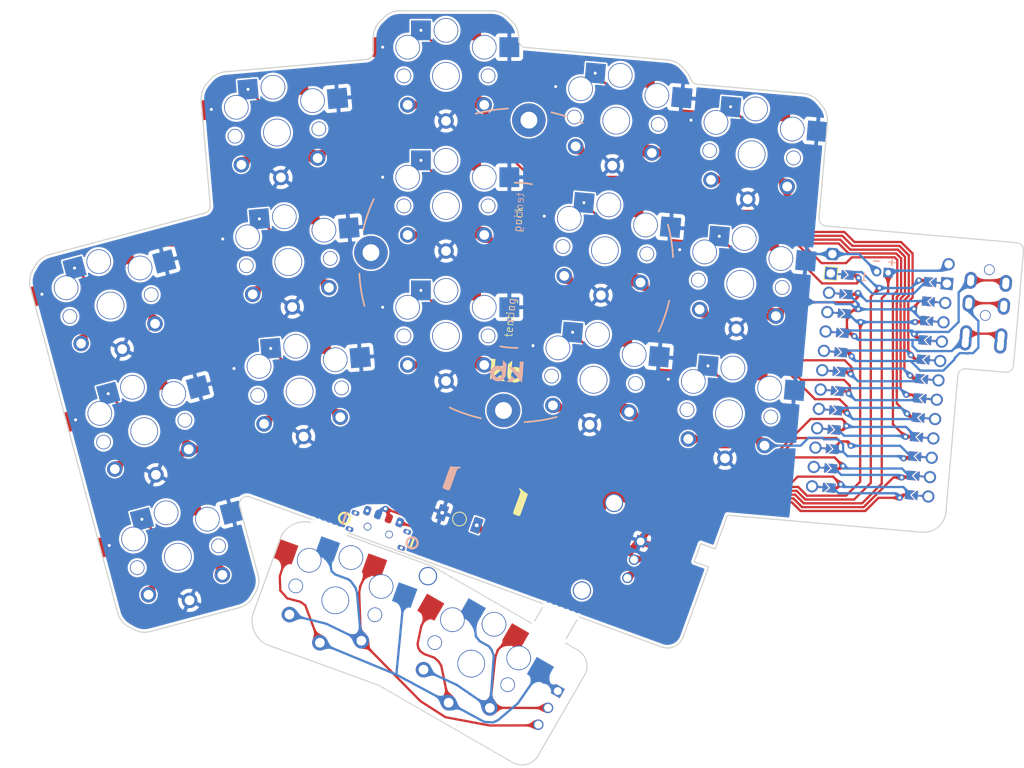
<source format=kicad_pcb>
(kicad_pcb (version 20241229) (generator "pcbnew") (generator_version "9.0")
  (title_block (title "Ambra") (date "2025-02-18") (rev "v0.1") (company "stozi"))
  (layers (0 "F.Cu" signal) (2 "B.Cu" signal) (13 "F.Paste" user) (15 "B.Paste" user) (5 "F.SilkS" user "F.Silkscreen") (7 "B.SilkS" user "B.Silkscreen") (1 "F.Mask" user) (3 "B.Mask" user) (25 "Edge.Cuts" user))
  (net 0 "")
  (net 1 "VCC")
  (net 2 "GND")
  (net 3 "data")
  (net 4 "reset")
  (net 5 "Net-(SW1-C)")
  (net 6 "VBAT")
  (net 8 "r1c1")
  (net 9 "r1c2")
  (net 10 "r1c3")
  (net 11 "r1c4")
  (net 12 "r1c5")
  (net 13 "r2c1")
  (net 14 "r2c2")
  (net 15 "r2c3")
  (net 16 "r2c4")
  (net 17 "r2c5")
  (net 18 "r3c1")
  (net 19 "r3c2")
  (net 20 "r3c3")
  (net 21 "r3c4")
  (net 22 "r3c5")
  (net 23 "r4c1")
  (net 24 "r4c2")
  (net 25 "db1")
  (net 26 "db2")
  (net 27 "GND2")
  (footprint "Kicad:Tenting_Puck" (layer "F.Cu") (at 156.55953 81.774895 -5)
    (property "Reference" "REF**" (hide yes))
    (property "Value" "Tenting Puck")
  )
  (footprint "enki_lib:ChocV1_duplex_hotswap_topor" (layer "F.Cu") (at 103.56223 87.036795 15)
    (property "Reference" "SWr1c5" (hide yes))
    (property "Value" "SW_PUSH" (hide yes))
  )
  (footprint "my syms-foots:ChocV1_duplex_hotswap_topor" (layer "F.Cu") (at 147.38643 57.005595)
    (property "Reference" "SWr1c3" (hide yes))
    (property "Value" "SW_PUSH" (hide yes))
  )
  (footprint "my syms-foots:ChocV1_duplex_hotswap_topor" (layer "F.Cu") (at 184.35263 101.128295 -5)
    (property "Reference" "SWr3c1" (hide yes))
    (property "Value" "SW_PUSH" (hide yes))
  )
  (footprint "my syms-foots:ChocV1_duplex_hotswap_topor" (layer "F.Cu") (at 128.26713 98.284195 5)
    (property "Reference" "SWr3c4" (hide yes))
    (property "Value" "SW_PUSH" (hide yes))
  )
  (footprint "kbd_local:Breakaway_Tabs" (layer "F.Cu") (at 160.874396 129.684166 -30)
    (property "Reference" "BT3" (hide yes))
    (property "Value" "Breakaway Tabs")
  )
  (footprint "my syms-foots:TRRS-MJ-4PP-9_dual_topor" (layer "F.Cu") (at 218.510116 80.754644 -5)
    (property "Reference" "J1")
    (property "Value" "MJ-4PP-9" (hide yes))
  )
  (footprint "kbd_local:Breakaway_Tabs" (layer "F.Cu") (at 132.156076 116.059233 -20)
    (property "Reference" "BT3" (hide yes))
    (property "Value" "Breakaway Tabs")
  )
  (footprint "my syms-foots:ChocV1_duplex_hotswap_topor" (layer "F.Cu") (at 168.14973 79.801695 -5)
    (property "Reference" "SWr2c2" (hide yes))
    (property "Value" "SW_PUSH" (hide yes))
  )
  (footprint "my syms-foots:ChocV1_duplex_hotswap_topor" (layer "F.Cu") (at 132.930213 125.5725 -20)
    (property "Reference" "SWr4c2" (hide yes))
    (property "Value" "SW_PUSH" (hide yes))
  )
  (footprint "my syms-foots:ChocV1_duplex_hotswap_topor" (layer "F.Cu") (at 169.63133 62.866295 -5)
    (property "Reference" "SWr1c2" (hide yes))
    (property "Value" "SW_PUSH" (hide yes))
  )
  (footprint "" (layer "F.Cu") (at 216.136916 80.363444)
    (property "Reference" "")
    (property "Value" "")
  )
  (footprint "my syms-foots:ChocV1_duplex_hotswap_topor" (layer "F.Cu") (at 147.38643 74.005595)
    (property "Reference" "SWr2c3" (hide yes))
    (property "Value" "SW_PUSH" (hide yes))
  )
  (footprint "my syms-foots:ChocV1_duplex_hotswap_topor" (layer "F.Cu") (at 150.682413 133.8505 -30)
    (property "Reference" "SWr4c1" (hide yes))
    (property "Value" "SW_PUSH" (hide yes))
  )
  (footprint "my syms-foots:JST_B2B-ZR_LF__SN_" (layer "F.Cu") (at 204.446366 82.227079 -5)
    (property "Reference" "REF**" (hide yes))
    (property "Value" "JST_B2B-ZR_LF__SN_" (hide yes))
  )
  (footprint "my syms-foots:ChocV1_duplex_hotswap_topor" (layer "F.Cu") (at 185.83423 84.192995 -5)
    (property "Reference" "SWr2c1" (hide yes))
    (property "Value" "SW_PUSH" (hide yes))
  )
  (footprint "enki_lib:SW_3x4x2_2legs_x2" (layer "F.Cu") (at 149.15 114.94 160)
    (property "Reference" "RSW1")
    (property "Value" "SW_PUSH")
  )
  (footprint "" (layer "F.Cu") (at 165.15 124.29)
    (property "Reference" "")
    (property "Value" "")
  )
  (footprint "enki_lib:ChocV1_duplex_hotswap_topor" (layer "F.Cu") (at 107.96223 103.457495 15)
    (property "Reference" "SWr2c5" (hide yes))
    (property "Value" "SW_PUSH" (hide yes))
  )
  (footprint "enki_lib:HOLE" (layer "F.Cu") (at 145.028113 122.4084)
    (property "Reference" "H1" (hide yes))
    (property "Value" "Hole" (hide yes))
  )
  (footprint "my syms-foots:ChocV1_duplex_hotswap_topor" (layer "F.Cu") (at 147.38643 91.005595)
    (property "Reference" "SWr3c3" (hide yes))
    (property "Value" "SW_PUSH" (hide yes))
  )
  (footprint "my syms-foots:ChocV1_duplex_hotswap_topor" (layer "F.Cu") (at 126.78543 81.348895 5)
    (property "Reference" "SWr2c4" (hide yes))
    (property "Value" "SW_PUSH" (hide yes))
  )
  (footprint "my syms-foots:ChocV1_duplex_hotswap_topor" (layer "F.Cu") (at 125.30383 64.413595 5)
    (property "Reference" "SWr1c4" (hide yes))
    (property "Value" "SW_PUSH" (hide yes))
  )
  (footprint "my syms-foots:ChocV1_duplex_hotswap_topor" (layer "F.Cu") (at 166.66803 96.736995 -5)
    (property "Reference" "SWr3c2" (hide yes))
    (property "Value" "SW_PUSH" (hide yes))
  )
  (footprint "my syms-foots:ChocV1_duplex_hotswap_topor" (layer "F.Cu") (at 112.36213 119.878295 15)
    (property "Reference" "SWr3c5" (hide yes))
    (property "Value" "SW_PUSH" (hide yes))
  )
  (footprint "enki_lib:switch_MSK-12C02_smd_x2_topor" (layer "F.Cu") (at 138.549287 116.452919 160)
    (property "Reference" "SW1" (hide yes))
    (property "Value" "SW_SPDT" (hide yes))
  )
  (footprint "my syms-foots:ChocV1_duplex_hotswap_topor" (layer "F.Cu") (at 187.31593 67.257695 -5)
    (property "Reference" "SWr1c1" (hide yes))
    (property "Value" "SW_PUSH" (hide yes))
  )
  (footprint "" (layer "F.Cu") (at 169.33 112.83)
    (property "Reference" "")
    (property "Value" "")
  )
  (footprint "kbd_local:Breakaway_Tabs" (layer "F.Cu") (at 162.356076 127.069233 -20)
    (property "Reference" "BT3" (hide yes))
    (property "Value" "Breakaway Tabs")
  )
  (footprint "" (layer "F.Cu") (at 214.9 94.12)
    (property "Reference" "")
    (property "Value" "")
  )
  (footprint "my syms-foots:ProMicro_duplex_clean" (layer "B.Cu") (at 204.02533 97.415295 175)
    (property "Reference" "U1" (hide yes))
    (property "Value" "ProMicro_r" (hide yes))
  )
  (footprint "my syms-foots:RTLECS_MG03254_90_m" (layer "B.Cu") (at 171.951269 120.256819 70)
    (property "Reference" "REF**" (hide yes))
    (property "Value" "RTLECS MG03254 90 m")
  )
  (footprint "my syms-foots:RTLECS_MG03254_f" (layer "B.Cu") (at 160.65 139.72 60)
    (property "Reference" "REF**" (hide yes))
    (property "Value" "RTLECS_MG03254_f" (hide yes))
  )
  (gr_poly (pts (xy 157.02 110.95) (xy 156.94 110.96) (xy 156.93 110.96) (xy 156.89 110.97) (xy 156.990522 111.11105) (xy 157.130522 111.41105) (xy 156.16 114.06) (xy 156.17 114.18) (xy 156.22 114.32) (xy 156.88 114.56) (xy 157.03 114.5) (xy 157.1 114.42) (xy 158.054845 111.800502) (xy 158.054845 111.670502) (xy 157.970522 111.58105) (xy 157.830522 111.51105) (xy 157.540522 111.31105) (xy 157.160522 111.00105) (xy 157.1 110.94)) (stroke (width 0.0001)) (fill yes) (layer "F.SilkS"))
  (gr_poly (pts (xy 149.3 108.18) (xy 149.25 108.13) (xy 149.21 108.09) (xy 149.085858 108.107124) (xy 148.585858 108.107124) (xy 148.235858 108.077124) (xy 148.075858 108.047124) (xy 147.975858 108.057124) (xy 147.895858 108.137124) (xy 146.95 110.72) (xy 146.96 110.82) (xy 147.025858 110.967124) (xy 147.69 111.21) (xy 147.82 111.14) (xy 147.91 111.05) (xy 148.855858 108.447124) (xy 149.135858 108.307124) (xy 149.35 108.26) (xy 149.33 108.23)) (stroke (width 0.0001)) (fill yes) (layer "B.SilkS"))
  (gr_line (start 145.904888 121.27785) (end 158.722938 128.67491) (stroke (width 0.15)) (layer "Edge.Cuts"))
  (gr_line (start 158.722938 128.67491) (end 158.93 128.335) (stroke (width 0.15)) (layer "Edge.Cuts"))
  (gr_line (start 143.638581 120.033893) (end 160.17 126.05) (stroke (width 0.15)) (layer "Edge.Cuts"))
  (gr_arc (start 137.886428 52.005652) (mid 138.114802 50.857607) (end 138.76511 49.884333) (stroke (width 0.15)) (layer "Edge.Cuts"))
  (gr_arc (start 221.927324 78.819431) (mid 222.606136 79.172883) (end 222.836362 79.902781) (stroke (width 0.15)) (layer "Edge.Cuts"))
  (gr_line (start 106.490092 129.341886) (end 105.877718 128.988333) (stroke (width 0.15)) (layer "Edge.Cuts"))
  (gr_line (start 165.480788 135.364154) (end 159.327639 146.0251) (stroke (width 0.15)) (layer "Edge.Cuts"))
  (gr_line (start 220.452875 95.756241) (end 215.327972 95.305888) (stroke (width 0.15)) (layer "Edge.Cuts"))
  (gr_line (start 129.988761 115.454295) (end 130.15 115.11) (stroke (width 0.15)) (layer "Edge.Cuts"))
  (gr_line (start 221.536225 94.847201) (end 222.836362 79.902781) (stroke (width 0.15)) (layer "Edge.Cuts"))
  (gr_arc (start 212.700619 114.049744) (mid 211.642898 116.021479) (end 209.499287 116.662919) (stroke (width 0.15)) (layer "Edge.Cuts"))
  (gr_line (start 160.17 126.05) (end 160.02 126.45) (stroke (width 0.15)) (layer "Edge.Cuts"))
  (gr_line (start 120.42101 113.249235) (end 122.832532 122.249152) (stroke (width 0.15)) (layer "Edge.Cuts"))
  (gr_line (start 116.094686 58.070807) (end 116.549207 57.529131) (stroke (width 0.15)) (layer "Edge.Cuts"))
  (gr_line (start 197.035155 76.640538) (end 221.927324 78.819431) (stroke (width 0.15)) (layer "Edge.Cuts"))
  (gr_line (start 155.50775 49.384335) (end 156.007748 49.884335) (stroke (width 0.15)) (layer "Edge.Cuts"))
  (gr_arc (start 159.327639 146.0251) (mid 157.86815 147.029331) (end 156.115411 146.771422) (stroke (width 0.15)) (layer "Edge.Cuts"))
  (gr_line (start 209.499611 116.66292) (end 184.16 114.45) (stroke (width 0.15)) (layer "Edge.Cuts"))
  (gr_arc (start 221.536225 94.847201) (mid 221.182807 95.526073) (end 220.452875 95.756241) (stroke (width 0.15)) (layer "Edge.Cuts"))
  (gr_line (start 179.82 120.53) (end 180.68 118.17) (stroke (width 0.15)) (layer "Edge.Cuts"))
  (gr_line (start 163.01 130.71) (end 162.84716 131.054922) (stroke (width 0.15)) (layer "Edge.Cuts"))
  (gr_arc (start 180.222919 58.104719) (mid 179.698676 57.899921) (end 179.368161 57.444376) (stroke (width 0.15)) (layer "Edge.Cuts"))
  (gr_arc (start 108.766548 129.641588) (mid 107.598511 129.718142) (end 106.490092 129.341886) (stroke (width 0.15)) (layer "Edge.Cuts"))
  (gr_line (start 123.868206 131.324047) (end 138.481345 136.632152) (stroke (width 0.15)) (layer "Edge.Cuts"))
  (gr_line (start 93.09 84.67) (end 104.479941 127.166713) (stroke (width 0.15)) (layer "Edge.Cuts"))
  (gr_line (start 95.566779 80.379373) (end 115.859184 74.942035) (stroke (width 0.15)) (layer "Edge.Cuts"))
  (gr_arc (start 139.265108 49.384335) (mid 140.238389 48.734042) (end 141.386428 48.505655) (stroke (width 0.15)) (layer "Edge.Cuts"))
  (gr_line (start 134.34 117.04) (end 145.590446 121.129431) (stroke (width 0.15)) (layer "Edge.Cuts"))
  (gr_arc (start 176.349363 54.921673) (mid 177.473158 55.249194) (end 178.386029 55.981893) (stroke (width 0.15)) (layer "Edge.Cuts"))
  (gr_arc (start 116.549207 57.529131) (mid 117.462093 56.796453) (end 118.585873 56.468912) (stroke (width 0.15)) (layer "Edge.Cuts"))
  (gr_line (start 156.886428 52.005655) (end 156.886429 52.302553) (stroke (width 0.15)) (layer "Edge.Cuts"))
  (gr_line (start 196.070592 60.373247) (end 196.525113 60.914923) (stroke (width 0.15)) (layer "Edge.Cuts"))
  (gr_line (start 160.02 126.45) (end 158.93 128.335) (stroke (width 0.15)) (layer "Edge.Cuts"))
  (gr_line (start 122.53283 124.525609) (end 122.179277 125.137982) (stroke (width 0.15)) (layer "Edge.Cuts"))
  (gr_line (start 122.210146 127.230131) (end 125.900047 117.110131) (stroke (width 0.15)) (layer "Edge.Cuts"))
  (gr_line (start 178.364391 130.394488) (end 181.7 121.21) (stroke (width 0.15)) (layer "Edge.Cuts"))
  (gr_arc (start 196.525113 60.914923) (mid 197.088125 61.941171) (end 197.215563 63.104753) (stroke (width 0.15)) (layer "Edge.Cuts"))
  (gr_arc (start 93.091902 84.665978) (mid 93.015342 83.497942) (end 93.391605 82.38952) (stroke (width 0.15)) (layer "Edge.Cuts"))
  (gr_arc (start 145.590446 121.129431) (mid 145.75296 121.192428) (end 145.904888 121.27785) (stroke (width 0.15)) (layer "Edge.Cuts"))
  (gr_line (start 134.34 117.04) (end 134.462552 116.69044) (stroke (width 0.15)) (layer "Edge.Cuts"))
  (gr_arc (start 214.253721 96.212727) (mid 214.607158 95.533878) (end 215.337072 95.303688) (stroke (width 0.15)) (layer "Edge.Cuts"))
  (gr_line (start 138.76511 49.884333) (end 139.265108 49.384335) (stroke (width 0.15)) (layer "Edge.Cuts"))
  (gr_line (start 141.386428 48.505655) (end 153.38643 48.505655) (stroke (width 0.15)) (layer "Edge.Cuts"))
  (gr_line (start 162.84716 131.054922) (end 164.710117 132.13) (stroke (width 0.15)) (layer "Edge.Cuts"))
  (gr_arc (start 115.404236 60.260637) (mid 115.531681 59.097056) (end 116.094686 58.070807) (stroke (width 0.15)) (layer "Edge.Cuts"))
  (gr_line (start 138.639325 136.705819) (end 156.115411 146.780177) (stroke (width 0.15)) (layer "Edge.Cuts"))
  (gr_line (start 180.68 118.17) (end 182.56 118.85) (stroke (width 0.15)) (layer "Edge.Cuts"))
  (gr_arc (start 93.745162 81.777148) (mid 94.516961 80.897098) (end 95.566779 80.379373) (stroke (width 0.15)) (layer "Edge.Cuts"))
  (gr_arc (start 105.877718 128.988333) (mid 104.997669 128.216532) (end 104.479941 127.166713) (stroke (width 0.15)) (layer "Edge.Cuts"))
  (gr_arc (start 125.900047 117.110131) (mid 127.649701 115.554511) (end 129.988761 115.454295) (stroke (width 0.15)) (layer "Edge.Cuts"))
  (gr_arc (start 137.886428 53.864003) (mid 137.623714 54.539615) (end 136.973584 54.860196) (stroke (width 0.15)) (layer "Edge.Cuts"))
  (gr_line (start 93.745162 81.777148) (end 93.391605 82.38952) (stroke (width 0.15)) (layer "Edge.Cuts"))
  (gr_line (start 137.886428 53.864) (end 137.886427 52.005655) (stroke (width 0.15)) (layer "Edge.Cuts"))
  (gr_line (start 180.22292 58.10472) (end 194.033927 59.313026) (stroke (width 0.15)) (layer "Edge.Cuts"))
  (gr_line (start 120.357658 126.535759) (end 108.766548 129.641586) (stroke (width 0.15)) (layer "Edge.Cuts"))
  (gr_line (start 134.462552 116.69044) (end 143.638581 120.033893) (stroke (width 0.15)) (layer "Edge.Cuts"))
  (gr_arc (start 178.364391 130.394488) (mid 177.193853 131.620015) (end 175.499287 131.642919) (stroke (width 0.15)) (layer "Edge.Cuts"))
  (gr_arc (start 120.421011 113.249236) (mid 120.711343 112.253166) (end 121.728957 112.050724) (stroke (width 0.15)) (layer "Edge.Cuts"))
  (gr_line (start 178.386029 55.981893) (end 178.840549 56.523567) (stroke (width 0.15)) (layer "Edge.Cuts"))
  (gr_line (start 118.585873 56.468912) (end 136.973584 54.860196) (stroke (width 0.15)) (layer "Edge.Cuts"))
  (gr_line (start 182.56 118.85) (end 184.16 114.45) (stroke (width 0.15)) (layer "Edge.Cuts"))
  (gr_arc (start 157.799273 53.29875) (mid 157.149149 52.978153) (end 156.886429 52.302553) (stroke (width 0.15)) (layer "Edge.Cuts"))
  (gr_arc (start 153.386429 48.505655) (mid 154.534474 48.734026) (end 155.50775 49.384335) (stroke (width 0.15)) (layer "Edge.Cuts"))
  (gr_arc (start 194.033926 59.313025) (mid 195.157704 59.640575) (end 196.070592 60.373247) (stroke (width 0.15)) (layer "Edge.Cuts"))
  (gr_line (start 164.67 127.7) (end 175.499287 131.642919) (stroke (width 0.15)) (layer "Edge.Cuts"))
  (gr_line (start 212.700619 114.049744) (end 214.253721 96.212727) (stroke (width 0.15)) (layer "Edge.Cuts"))
  (gr_arc (start 156.007748 49.884335) (mid 156.658076 50.857598) (end 156.886428 52.005655) (stroke (width 0.15)) (layer "Edge.Cuts"))
  (gr_arc (start 122.832531 122.249151) (mid 122.90909 123.417189) (end 122.53283 124.525609) (stroke (width 0.15)) (layer "Edge.Cuts"))
  (gr_arc (start 197.035153 76.640535) (mid 196.356306 76.287106) (end 196.126117 75.557185) (stroke (width 0.15)) (layer "Edge.Cuts"))
  (gr_line (start 196.126117 75.557185) (end 197.215563 63.104753) (stroke (width 0.15)) (layer "Edge.Cuts"))
  (gr_line (start 181.7 121.21) (end 179.82 120.53) (stroke (width 0.15)) (layer "Edge.Cuts"))
  (gr_arc (start 178.840549 56.523567) (mid 179.145393 56.960457) (end 179.368161 57.444376) (stroke (width 0.15)) (layer "Edge.Cuts"))
  (gr_arc (start 138.481345 136.632152) (mid 138.561946 136.665531) (end 138.639325 136.705819) (stroke (width 0.15)) (layer "Edge.Cuts"))
  (gr_arc (start 122.179277 125.137982) (mid 121.407478 126.018029) (end 120.357658 126.535759) (stroke (width 0.15)) (layer "Edge.Cuts"))
  (gr_arc (start 123.868206 131.324047) (mid 122.310518 129.572202) (end 122.210146 127.230131) (stroke (width 0.15)) (layer "Edge.Cuts"))
  (gr_line (start 164.53 128.08) (end 163.01 130.71) (stroke (width 0.15)) (layer "Edge.Cuts"))
  (gr_arc (start 164.7 132.13) (mid 165.733803 133.591746) (end 165.480788 135.364155) (stroke (width 0.15)) (layer "Edge.Cuts"))
  (gr_line (start 157.799272 53.298749) (end 176.349363 54.92167) (stroke (width 0.15)) (layer "Edge.Cuts"))
  (gr_line (start 164.67 127.7) (end 164.53 128.08) (stroke (width 0.15)) (layer "Edge.Cuts"))
  (gr_line (start 121.728957 112.050724) (end 130.15 115.11) (stroke (width 0.15)) (layer "Edge.Cuts"))
  (gr_line (start 115.404236 60.260637) (end 116.596557 74.074895) (stroke (width 0.15)) (layer "Edge.Cuts"))
  (gr_arc (start 116.596557 74.074895) (mid 116.363023 74.623403) (end 115.859184 74.942035) (stroke (width 0.15)) (layer "Edge.Cuts"))
  (gr_text "АМБРА" (at 143.4 110.91 340) (layer "F.Cu") (effects (font (size 7.15 7.15) (thickness 0.89375)) (justify left bottom)))
  (gr_text "- +" (at 202.96 80.65 175) (layer "F.SilkS") (effects (font (size 1 1) (thickness 0.2)) (justify left bottom mirror)))
  (gr_text "- +" (at 202.96 80.65 175) (layer "B.SilkS") (effects (font (size 1 1) (thickness 0.2)) (justify left bottom mirror)))
  (segment (start 215.93997 83.742009) (end 220.121549 83.742009) (width 0.3) (layer "F.Cu") (net 1))
  (segment (start 220.121549 83.742009) (end 220.522465 84.142925) (width 0.3) (layer "F.Cu") (net 1))
  (segment (start 208.54 90.760072) (end 208.54 90.79) (width 0.3) (layer "F.Cu") (net 1))
  (segment (start 208.54 90.79) (end 209.260072 91.510072) (width 0.3) (layer "F.Cu") (net 1))
  (segment (start 209.260072 91.510072) (end 209.386405 91.510072) (width 0.3) (layer "F.Cu") (net 1))
  (via (at 208.54 90.760072) (size 0.8) (drill 0.4) (layers "F.Cu" "B.Cu") (net 1))
  (segment (start 208.28769 90.3) (end 200.139978 90.3) (width 0.3) (layer "B.Cu") (net 1))
  (segment (start 208.54 90.760072) (end 208.760072 90.54) (width 0.3) (layer "B.Cu") (net 1))
  (segment (start 208.87 90.48) (end 213.06 90.48) (width 0.3) (layer "B.Cu") (net 1))
  (segment (start 208.54 90.55231) (end 208.28769 90.3) (width 0.3) (layer "B.Cu") (net 1))
  (segment (start 214.366078 85.315901) (end 215.93997 83.742009) (width 0.3) (layer "B.Cu") (net 1))
  (segment (start 213.06 90.48) (end 214.366078 89.173922) (width 0.3) (layer "B.Cu") (net 1))
  (segment (start 214.366078 89.173922) (end 214.366078 85.315901) (width 0.3) (layer "B.Cu") (net 1))
  (segment (start 208.54 90.760072) (end 208.54 90.55231) (width 0.3) (layer "B.Cu") (net 1))
  (segment (start 208.760072 90.54) (end 208.81 90.54) (width 0.3) (layer "B.Cu") (net 1))
  (segment (start 200.139978 90.3) (end 199.771133 90.668845) (width 0.3) (layer "B.Cu") (net 1))
  (segment (start 208.81 90.54) (end 208.87 90.48) (width 0.3) (layer "B.Cu") (net 1))
  (segment (start 199.771133 88.359887) (end 199.992509 88.138511) (width 0.3) (layer "F.Cu") (net 2))
  (segment (start 208.53 87.48) (end 208.53 87.2) (width 0.3) (layer "F.Cu") (net 2))
  (segment (start 200.368845 90.668845) (end 200.75 91.05) (width 0.3) (layer "F.Cu") (net 2))
  (segment (start 200.091489 88.138511) (end 199.992509 88.138511) (width 0.3) (layer "F.Cu") (net 2))
  (segment (start 215.32988 90.715372) (end 219.511459 90.715372) (width 0.3) (layer "F.Cu") (net 2))
  (segment (start 199.771133 90.668845) (end 200.368845 90.668845) (width 0.3) (layer "F.Cu") (net 2))
  (segment (start 200.72 87.51) (end 200.091489 88.138511) (width 0.3) (layer "F.Cu") (net 2))
  (segment (start 208.53 87.2) (end 209.280597 86.449403) (width 0.3) (layer "F.Cu") (net 2))
  (segment (start 209.280597 86.449403) (end 209.829156 86.449403) (width 0.3) (layer "F.Cu") (net 2))
  (segment (start 219.511459 90.715372) (end 219.912375 91.116288) (width 0.3) (layer "F.Cu") (net 2))
  (segment (start 201.27 87.51) (end 200.72 87.51) (width 0.3) (layer "F.Cu") (net 2))
  (segment (start 199.771133 90.668845) (end 199.771133 88.359887) (width 0.3) (layer "F.Cu") (net 2))
  (via (at 160.233053 75.344751) (size 0.8) (drill 0.4) (layers "F.Cu" "B.Cu") (net 2))
  (via (at 139.11143 70.255595) (size 0.8) (drill 0.4) (layers "F.Cu" "B.Cu") (net 2))
  (via (at 201.27 87.51) (size 0.8) (drill 0.4) (layers "F.Cu" "B.Cu") (net 2))
  (via (at 208.53 87.48) (size 0.8) (drill 0.4) (layers "F.Cu" "B.Cu") (net 2))
  (via (at 119.696785 95.269679) (size 0.8) (drill 0.4) (layers "F.Cu" "B.Cu") (net 2))
  (via (at 103.398522 118.397801) (size 0.8) (drill 0.4) (layers "F.Cu" "B.Cu") (net 2))
  (via (at 98.998622 101.977001) (size 0.8) (drill 0.4) (layers "F.Cu" "B.Cu") (net 2))
  (via (at 139.11143 87.255595) (size 0.8) (drill 0.4) (layers "F.Cu" "B.Cu") (net 2))
  (via (at 158.751353 92.280051) (size 0.8) (drill 0.4) (layers "F.Cu" "B.Cu") (net 2))
  (via (at 177.917553 79.736051) (size 0.8) (drill 0.4) (layers "F.Cu" "B.Cu") (net 2))
  (via (at 139.11143 53.255595) (size 0.8) (drill 0.4) (layers "F.Cu" "B.Cu") (net 2))
  (via (at 94.598622 85.556301) (size 0.8) (drill 0.4) (layers "F.Cu" "B.Cu") (net 2))
  (via (at 116.733485 61.399079) (size 0.8) (drill 0.4) (layers "F.Cu" "B.Cu") (net 2))
  (via (at 200.75 91.05) (size 0.8) (drill 0.4) (layers "F.Cu" "B.Cu") (net 2))
  (via (at 179.399253 62.800751) (size 0.8) (drill 0.4) (layers "F.Cu" "B.Cu") (net 2))
  (via (at 161.714653 58.409351) (size 0.8) (drill 0.4) (layers "F.Cu" "B.Cu") (net 2))
  (via (at 176.435953 96.671351) (size 0.8) (drill 0.4) (layers "F.Cu" "B.Cu") (net 2))
  (via (at 118.215085 78.334379) (size 0.8) (drill 0.4) (layers "F.Cu" "B.Cu") (net 2))
  (segment (start 208.48 87.53) (end 201.29 87.53) (width 0.3) (layer "B.Cu") (net 2))
  (segment (start 208.34 92.33) (end 209 92.99) (width 0.3) (layer "B.Cu") (net 2))
  (segment (start 201.27 87.51) (end 200.96 87.51) (width 0.3) (layer "B.Cu") (net 2))
  (segment (start 209.376477 91.52) (end 209.386405 91.510072) (width 0.3) (layer "B.Cu") (net 2))
  (segment (start 201.3 86.85) (end 200.213885 85.763885) (width 0.3) (layer "B.Cu") (net 2))
  (segment (start 209 92.99) (end 213.45 92.99) (width 0.3) (layer "B.Cu") (net 2))
  (segment (start 201.353994 80.303994) (end 203.66 82.61) (width 0.3) (layer "B.Cu") (net 2))
  (segment (start 201.22 91.52) (end 202.28 91.52) (width 0.3) (layer "B.Cu") (net 2))
  (segment (start 201.29 87.53) (end 201.27 87.51) (width 0.3) (layer "B.Cu") (net 2))
  (segment (start 200.96 87.51) (end 200.3 86.85) (width 0.3) (layer "B.Cu") (net 2))
  (segment (start 208.34 91.52) (end 208.34 92.33) (width 0.3) (layer "B.Cu") (net 2))
  (segment (start 201.3 87.48) (end 201.3 86.85) (width 0.3) (layer "B.Cu") (net 2))
  (segment (start 195.27906 80.303994) (end 194.404575 81.178479) (width 0.3) (layer "B.Cu") (net 2))
  (segment (start 208.53 87.48) (end 208.48 87.53) (width 0.3) (layer "B.Cu") (net 2))
  (segment (start 200.75 91.05) (end 201.22 91.52) (width 0.3) (layer "B.Cu") (net 2))
  (segment (start 200.3 86.85) (end 198.29 86.85) (width 0.3) (layer "B.Cu") (net 2))
  (segment (start 200.213885 85.763885) (end 200.213885 85.608176) (width 0.3) (layer "B.Cu") (net 2))
  (segment (start 208.53 87.48) (end 208.53 87.901958) (width 0.3) (layer "B.Cu") (net 2))
  (segment (start 208.34 91.52) (end 209.376477 91.52) (width 0.3) (layer "B.Cu") (net 2))
  (segment (start 201.27 87.51) (end 201.3 87.48) (width 0.3) (layer "B.Cu") (net 2))
  (segment (start 198.29 86.85) (end 198.05 86.61) (width 0.3) (layer "B.Cu") (net 2))
  (segment (start 202.28 91.52) (end 208.34 91.52) (width 0.3) (layer "B.Cu") (net 2))
  (segment (start 213.45 92.99) (end 214.628814 91.811186) (width 0.3) (layer "B.Cu") (net 2))
  (segment (start 197.873268 80.303994) (end 195.27906 80.303994) (width 0.3) (layer "B.Cu") (net 2))
  (segment (start 214.628814 91.811186) (end 215.234008 91.811186) (width 0.3) (layer "B.Cu") (net 2))
  (segment (start 209.386405 91.510072) (end 209.386405 91.756405) (width 0.3) (layer "B.Cu") (net 2))
  (segment (start 208.53 87.901958) (end 209.60778 88.979738) (width 0.3) (layer "B.Cu") (net 2))
  (segment (start 197.873268 80.303994) (end 201.353994 80.303994) (width 0.3) (layer "B.Cu") (net 2))
  (segment (start 198.05 86.61) (end 194.64 86.61) (width 0.3) (layer "B.Cu") (net 2))
  (segment (start 200.19082 93.19918) (end 199.549758 93.19918) (width 0.3) (layer "F.Cu") (net 3))
  (segment (start 200.382413 93.668664) (end 200.360508 93.646759) (width 0.3) (layer "F.Cu") (net 3))
  (segment (start 215.678503 86.730593) (end 219.860082 86.730593) (width 0.3) (layer "F.Cu") (net 3))
  (segment (start 219.860082 86.730593) (end 220.260998 87.131509) (width 0.3) (layer "F.Cu") (net 3))
  (segment (start 200.360508 93.646759) (end 200.360508 93.368868) (width 0.3) (layer "F.Cu") (net 3))
  (segment (start 200.360508 93.368868) (end 200.19082 93.19918) (width 0.3) (layer "F.Cu") (net 3))
  (via (at 200.382413 93.668664) (size 0.8) (drill 0.4) (layers "F.Cu" "B.Cu") (net 3))
  (segment (start 208.08 94.28) (end 209.34 95.54) (width 0.3) (layer "B.Cu") (net 3))
  (segment (start 208.925436 94.28) (end 209.165029 94.040407) (width 0.3) (layer "B.Cu") (net 3))
  (segment (start 208.08 94.28) (end 208.925436 94.28) (width 0.3) (layer "B.Cu") (net 3))
  (segment (start 213.83 94.07) (end 213.83 93.92) (width 0.3) (layer "B.Cu") (net 3))
  (segment (start 215.620707 93.26) (end 216.229825 93.26) (width 0.3) (layer "B.Cu") (net 3))
  (segment (start 214.493714 93.26) (end 215.145674 93.26) (width 0.3) (layer "B.Cu") (net 3))
  (segment (start 215.678503 87.784255) (end 215.678503 86.730593) (width 0.3) (layer "B.Cu") (net 3))
  (segment (start 200.898215 94.28) (end 208.08 94.28) (width 0.3) (layer "B.Cu") (net 3))
  (segment (start 213.951833 93.801881) (end 214.493714 93.26) (width 0.3) (layer "B.Cu") (net 3))
  (segment (start 209.34 95.54) (end 212.36 95.54) (width 0.3) (layer "B.Cu") (net 3))
  (segment (start 216.94 89.045752) (end 215.678503 87.784255) (width 0.3) (layer "B.Cu") (net 3))
  (segment (start 213.83 93.92) (end 213.948119 93.801881) (width 0.3) (layer "B.Cu") (net 3))
  (segment (start 200.382413 93.764198) (end 200.898215 94.28) (width 0.3) (layer "B.Cu") (net 3))
  (segment (start 200.382413 93.668664) (end 200.382413 93.764198) (width 0.3) (layer "B.Cu") (net 3))
  (segment (start 215.58249 93.298217) (end 215.620707 93.26) (width 0.3) (layer "B.Cu") (net 3))
  (segment (start 216.94 92.549825) (end 216.94 89.045752) (width 0.3) (layer "B.Cu") (net 3))
  (segment (start 215.145674 93.26) (end 215.58249 93.298217) (width 0.3) (layer "B.Cu") (net 3))
  (segment (start 212.36 95.54) (end 213.83 94.07) (width 0.3) (layer "B.Cu") (net 3))
  (segment (start 216.229825 93.26) (end 216.94 92.549825) (width 0.3) (layer "B.Cu") (net 3))
  (segment (start 213.948119 93.801881) (end 213.951833 93.801881) (width 0.3) (layer "B.Cu") (net 3))
  (segment (start 174.109002 112.171) (end 174.109001 112.171) (width 0.3) (layer "F.Cu") (net 4))
  (segment (start 169.29 116.99) (end 152.634414 116.99) (width 0.3) (layer "F.Cu") (net 4))
  (segment (start 208.67 89.2) (end 209.387518 89.2) (width 0.3) (layer "F.Cu") (net 4))
  (segment (start 199.662992 111.887008) (end 201.5 110.05) (width 0.3) (layer "F.Cu") (net 4))
  (segment (start 174.109002 112.171) (end 169.29 116.99) (width 0.3) (layer "F.Cu") (net 4))
  (segment (start 152.634414 116.99) (end 151.405262 115.760848) (width 0.3) (layer "F.Cu") (net 4))
  (segment (start 201.5 89.26) (end 201.56 89.2) (width 0.3) (layer "F.Cu") (net 4))
  (segment (start 194.537008 111.887008) (end 199.662992 111.887008) (width 0.3) (layer "F.Cu") (net 4))
  (segment (start 201.5 110.05) (end 201.5 89.26) (width 0.3) (layer "F.Cu") (net 4))
  (segment (start 193.4 110.75) (end 194.537008 111.887008) (width 0.3) (layer "F.Cu") (net 4))
  (segment (start 175.530002 110.75) (end 193.4 110.75) (width 0.3) (layer "F.Cu") (net 4))
  (segment (start 209.387518 89.2) (end 209.60778 88.979738) (width 0.3) (layer "F.Cu") (net 4))
  (segment (start 174.109002 112.171) (end 175.530002 110.75) (width 0.3) (layer "F.Cu") (net 4))
  (via (at 201.56 89.2) (size 0.8) (drill 0.4) (layers "F.Cu" "B.Cu") (net 4))
  (via (at 208.67 89.2) (size 0.8) (drill 0.4) (layers "F.Cu" "B.Cu") (net 4))
  (segment (start 201.053998 89.2) (end 199.992509 88.138511) (width 0.3) (layer "B.Cu") (net 4))
  (segment (start 201.56 89.2) (end 201.053998 89.2) (width 0.3) (layer "B.Cu") (net 4))
  (segment (start 201.56 89.2) (end 208.67 89.2) (width 0.3) (layer "B.Cu") (net 4))
  (segment (start 149.06 118) (end 141.329828 115.389357) (width 0.3) (layer "F.Cu") (net 5))
  (segment (start 192.98496 111.752) (end 175.958 111.752) (width 0.3) (layer "F.Cu") (net 5))
  (segment (start 193.535008 112.30205) (end 192.98496 111.752) (width 0.3) (layer "F.Cu") (net 5))
  (segment (start 169.48 118.001) (end 149.061 118.001) (width 0.3) (layer "F.Cu") (net 5))
  (segment (start 204.32 86.08) (end 204.32 110.313636) (width 0.3) (layer "F.Cu") (net 5))
  (segment (start 194.122958 112.89) (end 193.535008 112.30205) (width 0.3) (layer "F.Cu") (net 5))
  (segment (start 205.154292 82.740733) (end 205.154292 85.245708) (width 0.3) (layer "F.Cu") (net 5))
  (segment (start 149.061 118.001) (end 149.06 118) (width 0.3) (layer "F.Cu") (net 5))
  (segment (start 204.32 110.313636) (end 201.743636 112.89) (width 0.3) (layer "F.Cu") (net 5))
  (segment (start 169.709 118.001) (end 169.48 118.001) (width 0.3) (layer "F.Cu") (net 5))
  (segment (start 205.154292 85.245708) (end 204.32 86.08) (width 0.3) (layer "F.Cu") (net 5))
  (segment (start 175.958 111.752) (end 169.709 118.001) (width 0.3) (layer "F.Cu") (net 5))
  (segment (start 201.743636 112.89) (end 194.122958 112.89) (width 0.3) (layer "F.Cu") (net 5))
  (segment (start 212.207522 82.48) (end 205.415025 82.48) (width 0.3) (layer "B.Cu") (net 5))
  (segment (start 213.055275 81.632247) (end 212.207522 82.48) (width 0.3) (layer "B.Cu") (net 5))
  (segment (start 205.415025 82.48) (end 205.154292 82.740733) (width 0.3) (layer "B.Cu") (net 5))
  (segment (start 194.036008 112.094529) (end 193.19248 111.251) (width 0.3) (layer "F.Cu") (net 6))
  (segment (start 175.737522 111.251) (end 169.488521 117.5) (width 0.3) (layer "F.Cu") (net 6))
  (segment (start 204.01 84.74) (end 204.01 84.75) (width 0.3) (layer "F.Cu") (net 6))
  (segment (start 139.920996 114.050996) (end 139.920996 114.877033) (width 0.3) (layer "F.Cu") (net 6))
  (segment (start 200.721992 112.388008) (end 194.329487 112.388008) (width 0.3) (layer "F.Cu") (net 6))
  (segment (start 139.48 113.61) (end 139.920996 114.050996) (width 0.3) (layer "F.Cu") (net 6))
  (segment (start 204.01 84.75) (end 202.89 85.87) (width 0.3) (layer "F.Cu") (net 6))
  (segment (start 202.89 110.22) (end 200.721992 112.388008) (width 0.3) (layer "F.Cu") (net 6))
  (segment (start 202.89 85.87) (end 202.89 110.22) (width 0.3) (layer "F.Cu") (net 6))
  (segment (start 169.06 117.5) (end 150.37 117.5) (width 0.3) (layer "F.Cu") (net 6))
  (segment (start 209.877011 83.745549) (end 210.050531 83.919069) (width 0.3) (layer "F.Cu") (net 6))
  (segment (start 194.329487 112.388008) (end 194.036008 112.094529) (width 0.3) (layer "F.Cu") (net 6))
  (segment (start 209.163389 83.745549) (end 209.877011 83.745549) (width 0.3) (layer "F.Cu") (net 6))
  (segment (start 139.48 113.6) (end 139.83 113.95) (width 0.3) (layer "F.Cu") (net 6))
  (segment (start 209.163389 83.745549) (end 209.212309 83.794469) (width 0.3) (layer "F.Cu") (net 6))
  (segment (start 139.48 113.6) (end 139.48 113.61) (width 0.3) (layer "F.Cu") (net 6))
  (segment (start 193.19248 111.251) (end 175.737522 111.251) (width 0.3) (layer "F.Cu") (net 6))
  (segment (start 169.488521 117.5) (end 169.06 117.5) (width 0.3) (layer "F.Cu") (net 6))
  (segment (start 139.48 113.599) (end 150.37 117.5) (width 0.3) (layer "F.Cu") (net 6))
  (via (at 209.163389 83.745549) (size 0.8) (drill 0.4) (layers "F.Cu" "B.Cu") (net 6))
  (via (at 139.48 113.6) (size 0.8) (drill 0.4) (layers "F.Cu" "B.Cu") (net 6))
  (via (at 204.01 84.74) (size 0.8) (drill 0.4) (layers "F.Cu" "B.Cu") (net 6))
  (segment (start 203.78 84.74) (end 201.709 82.669) (width 0.3) (layer "B.Cu") (net 6))
  (segment (start 138.959865 113.6) (end 138.511457 114.048408) (width 0.3) (layer "B.Cu") (net 6))
  (segment (start 204.01 84.74) (end 203.78 84.74) (width 0.3) (layer "B.Cu") (net 6))
  (segment (start 201.709 82.669) (end 200.844101 82.669) (width 0.3) (layer "B.Cu") (net 6))
  (segment (start 208.168938 84.74) (end 204.01 84.74) (width 0.3) (layer "B.Cu") (net 6))
  (segment (start 138.511457 114.048408) (end 138.511457 114.364003) (width 0.3) (layer "B.Cu") (net 6))
  (segment (start 139.48 113.6) (end 138.959865 113.6) (width 0.3) (layer "B.Cu") (net 6))
  (segment (start 209.163389 83.745549) (end 208.168938 84.74) (width 0.3) (layer "B.Cu") (net 6))
  (segment (start 200.844101 82.669) (end 200.43526 83.077841) (width 0.3) (layer "B.Cu") (net 6))
  (segment (start 195.23652 77.41652) (end 199.43652 77.41652) (width 0.3) (layer "F.Cu") (net 8))
  (segment (start 190.09 62.622816) (end 191.097044 61.615772) (width 0.3) (layer "F.Cu") (net 8))
  (segment (start 207.78 86.955041) (end 207.78 89.992479) (width 0.3) (layer "F.Cu") (net 8))
  (segment (start 207.78 91.469999) (end 207.78 91.470001) (width 0.3) (layer "F.Cu") (net 8))
  (segment (start 207.78 91.470001) (end 207.78 91.846438) (width 0.3) (layer "F.Cu") (net 8))
  (segment (start 207.78 86.540003) (end 207.78 86.955041) (width 0.3) (layer "F.Cu") (net 8))
  (segment (start 207.78 91.885042) (end 207.78 91.885041) (width 0.3) (layer "F.Cu") (net 8))
  (segment (start 190.18 66.59) (end 190.18 66.03) (width 0.3) (layer "F.Cu") (net 8))
  (segment (start 207.78 90.551042) (end 207.78 91.469999) (width 0.3) (layer "F.Cu") (net 8))
  (segment (start 200.746999 78.726999) (end 206.837003 78.726999) (width 0.3) (layer "F.Cu") (net 8))
  (segment (start 207.781 92.055958) (end 207.781 92.262479) (width 0.3) (layer "F.Cu") (net 8))
  (segment (start 207.86652 86.453481) (end 207.866519 86.453481) (width 0.3) (layer "F.Cu") (net 8))
  (segment (start 190.572741 70.086043) (end 191.97 71.483302) (width 0.3) (layer "F.Cu") (net 8))
  (segment (start 189.265846 70.607456) (end 190.18 69.693302) (width 0.3) (layer "F.Cu") (net 8))
  (segment (start 208.35 85.970003) (end 208.056521 86.263482) (width 0.3) (layer "F.Cu") (net 8))
  (segment (start 190.18 69.693302) (end 190.18 66.79) (width 0.3) (layer "F.Cu") (net 8))
  (segment (start 208.056519 86.263482) (end 207.86652 86.453481) (width 0.3) (layer "F.Cu") (net 8))
  (segment (start 207.78 89.992479) (end 207.78 90.551042) (width 0.3) (layer "F.Cu") (net 8))
  (segment (start 207.78 92.054958) (end 207.781 92.055958) (width 0.3) (layer "F.Cu") (net 8))
  (segment (start 207.78 91.846438) (end 207.78 91.885042) (width 0.3) (layer "F.Cu") (net 8))
  (segment (start 190.18 66.59) (end 190.18 62.532816) (width 0.3) (layer "F.Cu") (net 8))
  (segment (start 208.650407 94.040407) (end 208.12 93.51) (width 0.3) (layer "F.Cu") (net 8))
  (segment (start 191.96 74.14) (end 195.23652 77.41652) (width 0.3) (layer "F.Cu") (net 8))
  (segment (start 191.96 71.484727) (end 191.96 74.14) (width 0.3) (layer "F.Cu") (net 8))
  (segment (start 188.75 70.607456) (end 182.003765 70.607456) (width 0.3) (layer "F.Cu") (net 8))
  (segment (start 184.571969 61.044901) (end 190.18 66.652932) (width 0.3) (layer "F.Cu") (net 8))
  (segment (start 207.781 92.677521) (end 207.781 93.171) (width 0.3) (layer "F.Cu") (net 8))
  (segment (start 207.781 92.262479) (end 207.781 92.677521) (width 0.3) (layer "F.Cu") (net 8))
  (segment (start 208.056521 86.263482) (end 208.056519 86.263482) (width 0.3) (layer "F.Cu") (net 8))
  (segment (start 207.78 91.885042) (end 207.78 92.054958) (width 0.3) (layer "F.Cu") (net 8))
  (segment (start 207.781 93.171) (end 208.12 93.51) (width 0.3) (layer "F.Cu") (net 8))
  (segment (start 190.18 66.79) (end 190.18 66.59) (width 0.3) (layer "F.Cu") (net 8))
  (segment (start 188.75 70.607456) (end 189.265846 70.607456) (width 0.3) (layer "F.Cu") (net 8))
  (segment (start 206.837003 78.726999) (end 208.35 80.239996) (width 0.3) (layer "F.Cu") (net 8))
  (segment (start 190.18 62.532816) (end 191.097044 61.615772) (width 0.3) (layer "F.Cu") (net 8))
  (segment (start 191.965713 71.479014) (end 191.96 71.484727) (width 0.3) (layer "F.Cu") (net 8))
  (segment (start 209.165029 94.040407) (end 208.650407 94.040407) (width 0.3) (layer "F.Cu") (net 8))
  (segment (start 190.18 66.652932) (end 190.18 66.79) (width 0.3) (layer "F.Cu") (net 8))
  (segment (start 207.86652 86.453481) (end 207.78 86.540003) (width 0.3) (layer "F.Cu") (net 8))
  (segment (start 199.43652 77.41652) (end 200.746999 78.726999) (width 0.3) (layer "F.Cu") (net 8))
  (segment (start 208.35 80.239996) (end 208.35 85.970003) (width 0.3) (layer "F.Cu") (net 8))
  (segment (start 190.572741 70.086043) (end 190.18 69.693302) (width 0.3) (layer "F.Cu") (net 8))
  (via (at 208.12 93.51) (size 0.8) (drill 0.4) (layers "F.Cu" "B.Cu") (net 8))
  (via (at 184.571969 61.044901) (size 0.8) (drill 0.4) (layers "F.Cu" "B.Cu") (net 8))
  (segment (start 207.528664 92.918664) (end 208.12 93.51) (width 0.3) (layer "B.Cu") (net 8))
  (segment (start 199.549758 93.19918) (end 199.830274 92.918664) (width 0.3) (layer "B.Cu") (net 8))
  (segment (start 199.830274 92.918664) (end 207.528664 92.918664) (width 0.3) (layer "B.Cu") (net 8))
  (segment (start 207.279 91.677521) (end 207.279 90.2) (width 0.3) (layer "F.Cu") (net 9))
  (segment (start 207.279 86.332479) (end 207.55552 86.05596) (width 0.3) (layer "F.Cu") (net 9))
  (segment (start 207.849 85.762481) (end 207.849 85.762482) (width 0.3) (layer "F.Cu") (net 9))
  (segment (start 207.28 92.47) (end 207.28 92.263479) (width 0.3) (layer "F.Cu") (net 9))
  (segment (start 174.281113 67.087614) (end 172.45 65.256501) (width 0.3) (layer "F.Cu") (net 9))
  (segment (start 207.28 92.47) (end 207.279 92.468999) (width 0.3) (layer "F.Cu") (net 9))
  (segment (start 206.92296 79.521479) (end 206.92296 79.52148) (width 0.3) (layer "F.Cu") (net 9))
  (segment (start 207.55552 80.15404) (end 206.92296 79.521479) (width 0.3) (layer "F.Cu") (net 9))
  (segment (start 183.599206 72.180794) (end 184.34 71.44) (width 0.3) (layer "F.Cu") (net 9))
  (segment (start 207.279 86.332479) (end 207.279 86.33248) (width 0.3) (layer "F.Cu") (net 9))
  (segment (start 207.849 85.76248) (end 207.849 85.34744) (width 0.3) (layer "F.Cu") (net 9))
  (segment (start 166.887369 56.653501) (end 172.45 62.216132) (width 0.3) (layer "F.Cu") (net 9))
  (segment (start 207.279 92.468999) (end 207.279 92.092561) (width 0.3) (layer "F.Cu") (net 9))
  (segment (start 188.53408 71.44) (end 188.48 71.44) (width 0.3) (layer "F.Cu") (net 9))
  (segment (start 207.279 86.74752) (end 207.279 86.332479) (width 0.3) (layer "F.Cu") (net 9))
  (segment (start 207.28 95.44) (end 207.28 92.47) (width 0.3) (layer "F.Cu") (net 9))
  (segment (start 178.369 69.719) (end 178.37852 69.719) (width 0.3) (layer "F.Cu") (net 9))
  (segment (start 172.45 62.15) (end 172.45 58.186816) (width 0.3) (layer "F.Cu") (net 9))
  (segment (start 207.279 91.67752) (end 207.279 91.677521) (width 0.3) (layer "F.Cu") (net 9))
  (segment (start 206.92296 79.521479) (end 206.629481 79.228) (width 0.3) (layer "F.Cu") (net 9))
  (segment (start 172.45 62.216132) (end 172.45 63.13) (width 0.3) (layer "F.Cu") (net 9))
  (segment (start 207.849 80.44752) (end 207.849 80.447519) (width 0.3) (layer "F.Cu") (net 9))
  (segment (start 178.672 70.01248) (end 180.840314 72.180794) (width 0.3) (layer "F.Cu") (net 9))
  (segment (start 207.659 85.952481) (end 207.849 85.762481) (width 0.3) (layer "F.Cu") (net 9))
  (segment (start 172.45 65.256501) (end 172.45 63.13) (width 0.3) (layer "F.Cu") (net 9))
  (segment (start 178.672 70.012479) (end 178.672 70.01248) (width 0.3) (layer "F.Cu") (net 9))
  (segment (start 172.61 58.026816) (end 173.412444 57.224372) (width 0.3) (layer "F.Cu") (net 9))
  (segment (start 207.555521 86.05596) (end 207.659 85.952481) (width 0.3) (layer "F.Cu") (net 9))
  (segment (start 207.849 85.762482) (end 207.849 85.76248) (width 0.3) (layer "F.Cu") (net 9))
  (segment (start 165.190723 67.087614) (end 164.319165 66.216056) (width 0.3) (layer "F.Cu") (net 9))
  (segment (start 207.849 80.86256) (end 207.849 80.44752) (width 0.3) (layer "F.Cu") (net 9))
  (segment (start 207.55552 86.05596) (end 207.555521 86.05596) (width 0.3) (layer "F.Cu") (net 9))
  (segment (start 180.840314 72.180794) (end 183.599206 72.180794) (width 0.3) (layer "F.Cu") (net 9))
  (segment (start 175.737614 67.087614) (end 176.74 68.09) (width 0.3) (layer "F.Cu") (net 9))
  (segment (start 200.478 79.228) (end 199.16752 77.91752) (width 0.3) (layer "F.Cu") (net 9))
  (segment (start 176.74 68.09) (end 178.369 69.719) (width 0.3) (layer "F.Cu") (net 9))
  (segment (start 207.555521 80.15404) (end 207.55552 80.15404) (width 0.3) (layer "F.Cu") (net 9))
  (segment (start 176.44 67.79) (end 176.74 68.09) (width 0.3) (layer "F.Cu") (net 9))
  (segment (start 172.45 63.13) (end 172.45 62.15) (width 0.3) (layer "F.Cu") (net 9))
  (segment (start 172.45 58.186816) (end 173.412444 57.224372) (width 0.3) (layer "F.Cu") (net 9))
  (segment (start 178.378521 69.719) (end 178.672 70.012479) (width 0.3) (layer "F.Cu") (net 9))
  (segment (start 178.37852 69.719) (end 178.378521 69.719) (width 0.3) (layer "F.Cu") (net 9))
  (segment (start 208.943653 96.570741) (end 208.410741 96.570741) (width 0.3) (layer "F.Cu") (net 9))
  (segment (start 174.281113 67.087614) (end 165.190723 67.087614) (width 0.3) (layer "F.Cu") (net 9))
  (segment (start 208.410741 96.570741) (end 208.02 96.18) (width 0.3) (layer "F.Cu") (net 9))
  (segment (start 208.02 96.18) (end 207.28 95.44) (width 0.3) (layer "F.Cu") (net 9))
  (segment (start 207.849 85.34744) (end 207.849 80.86256) (width 0.3) (layer "F.Cu") (net 9))
  (segment (start 172.45 62.15) (end 172.45 61.55) (width 0.3) (layer "F.Cu") (net 9))
  (segment (start 207.849 80.447519) (end 207.555521 80.15404) (width 0.3) (layer "F.Cu") (net 9))
  (segment (start 195.0116 77.91752) (end 188.53408 71.44) (width 0.3) (layer "F.Cu") (net 9))
  (segment (start 207.279 90.343521) (end 207.279 86.74752) (width 0.3) (layer "F.Cu") (net 9))
  (segment (start 206.629481 79.228) (end 200.478 79.228) (width 0.3) (layer "F.Cu") (net 9))
  (segment (start 207.279 92.053959) (end 207.279 91.67752) (width 0.3) (layer "F.Cu") (net 9))
  (segment (start 207.279 91.67752) (end 207.279 91.677519) (width 0.3) (layer "F.Cu") (net 9))
  (segment (start 207.279 92.092561) (end 207.279 92.053959) (width 0.3) (layer "F.Cu") (net 9))
  (segment (start 199.16752 77.91752) (end 195.0116 77.91752) (width 0.3) (layer "F.Cu") (net 9))
  (segment (start 174.281113 67.087614) (end 175.737614 67.087614) (width 0.3) (layer "F.Cu") (net 9))
  (segment (start 184.34 71.44) (end 188.48 71.44) (width 0.3) (layer "F.Cu") (net 9))
  (via (at 208.02 96.18) (size 0.8) (drill 0.4) (layers "F.Cu" "B.Cu") (net 9))
  (via (at 166.887369 56.653501) (size 0.8) (drill 0.4) (layers "F.Cu" "B.Cu") (net 9))
  (segment (start 199.778896 95.279) (end 207.119 95.279) (width 0.3) (layer "B.Cu") (net 9))
  (segment (start 207.119 95.279) (end 208.02 96.18) (width 0.3) (layer "B.Cu") (net 9))
  (segment (start 199.328382 95.729514) (end 199.778896 95.279) (width 0.3) (layer "B.Cu") (net 9))
  (segment (start 152.386431 60.805595) (end 150.03 58.449164) (width 0.3) (layer "F.Cu") (net 10))
  (segment (start 146.865835 53.81) (end 144.11143 51.055595) (width 0.3) (layer "F.Cu") (net 10))
  (segment (start 160.638851 70.22) (end 178.171 70.22) (width 0.3) (layer "F.Cu") (net 10))
  (segment (start 206.779 97.959) (end 206.779 95.647521) (width 0.3) (layer "F.Cu") (net 10))
  (segment (start 194.80408 78.41852) (end 198.897041 78.41852) (width 0.3) (layer "F.Cu") (net 10))
  (segment (start 206.778 86.539999) (end 206.778 86.539996) (width 0.3) (layer "F.Cu") (net 10))
  (segment (start 206.778 86.384405) (end 206.778002 86.375293) (width 0.3) (layer "F.Cu") (net 10))
  (segment (start 206.006918 79.729) (end 206.006919 79.728999) (width 0.3) (layer "F.Cu") (net 10))
  (segment (start 207.52 98.7) (end 208.321202 98.7) (width 0.3) (layer "F.Cu") (net 10))
  (segment (start 206.778 86.124958) (end 206.91626 85.986698) (width 0.3) (layer "F.Cu") (net 10))
  (segment (start 206.421963 79.728999) (end 206.71544 80.02248) (width 0.3) (layer "F.Cu") (net 10))
  (segment (start 206.421961 79.729) (end 206.421963 79.728999) (width 0.3) (layer "F.Cu") (net 10))
  (segment (start 206.956695 80.263733) (end 207.05452 80.36156) (width 0.3) (layer "F.Cu") (net 10))
  (segment (start 200.20752 79.729) (end 206.006918 79.729) (width 0.3) (layer "F.Cu") (net 10))
  (segment (start 150.03 58.449164) (end 150.03 55.88) (width 0.3) (layer "F.Cu") (net 10))
  (segment (start 190.647519 74.676999) (end 191.062563 74.676999) (width 0.3) (layer "F.Cu") (net 10))
  (segment (start 150.03 56.87) (end 150.03 51.687025) (width 0.3) (layer "F.Cu") (net 10))
  (segment (start 150.03 55.88) (end 147.96 53.81) (width 0.3) (layer "F.Cu") (net 10))
  (segment (start 178.171 70.22) (end 182.628 74.677) (width 0.3) (layer "F.Cu") (net 10))
  (segment (start 198.897041 78.41852) (end 200.20752 79.729) (width 0.3) (layer "F.Cu") (net 10))
  (segment (start 190.647518 74.677) (end 190.647519 74.676999) (width 0.3) (layer "F.Cu") (net 10))
  (segment (start 152.386431 61.96758) (end 160.638851 70.22) (width 0.3) (layer "F.Cu") (net 10))
  (segment (start 207.054521 85.848439) (end 207.05452 85.848439) (width 0.3) (layer "F.Cu") (net 10))
  (segment (start 150.03 58.449164) (end 150.03 56.87) (width 0.3) (layer "F.Cu") (net 10))
  (segment (start 206.778 86.375291) (end 206.778 86.124958) (width 0.3) (layer "F.Cu") (net 10))
  (segment (start 206.006919 79.728999) (end 206.421961 79.729) (width 0.3) (layer "F.Cu") (net 10))
  (segment (start 206.778002 86.375293) (end 206.778 86.375291) (width 0.3) (layer "F.Cu") (net 10))
  (segment (start 206.778 92.676521) (end 206.778 86.955038) (width 0.3) (layer "F.Cu") (net 10))
  (segment (start 206.778 86.480702) (end 206.778 86.384405) (width 0.3) (layer "F.Cu") (net 10))
  (segment (start 191.062563 74.677003) (end 194.80408 78.41852) (width 0.3) (layer "F.Cu") (net 10))
  (segment (start 208.321202 98.7) (end 208.722278 99.101076) (width 0.3) (layer "F.Cu") (net 10))
  (segment (start 207.348 80.655038) (end 207.348 85.554961) (width 0.3) (layer "F.Cu") (net 10))
  (segment (start 207.054521 80.361559) (end 207.348 80.655038) (width 0.3) (layer "F.Cu") (net 10))
  (segment (start 206.778 86.955038) (end 206.778 86.539999) (width 0.3) (layer "F.Cu") (net 10))
  (segment (start 206.779 95.64752) (end 206.779 95.23248) (width 0.3) (layer "F.Cu") (net 10))
  (segment (start 206.71544 80.02248) (end 206.761043 80.06808) (width 0.3) (layer "F.Cu") (net 10))
  (segment (start 207.348 85.554961) (end 207.054521 85.848439) (width 0.3) (layer "F.Cu") (net 10))
  (segment (start 152.386431 60.805595) (end 142.38643 60.805595) (width 0.3) (layer "F.Cu") (net 10))
  (segment (start 207.05452 80.36156) (end 207.054519 80.361559) (width 0.3) (layer "F.Cu") (net 10))
  (segment (start 150.03 51.687025) (end 150.66143 51.055595) (width 0.3) (layer "F.Cu") (net 10))
  (segment (start 150.03 56.53) (end 150.03 56.87) (width 0.3) (layer "F.Cu") (net 10))
  (segment (start 207.52 98.7) (end 206.779 97.959) (width 0.3) (layer "F.Cu") (net 10))
  (segment (start 206.779 92.67752) (end 206.778 92.676521) (width 0.3) (layer "F.Cu") (net 10))
  (segment (start 182.628 74.677) (end 190.647518 74.677) (width 0.3) (layer "F.Cu") (net 10))
  (segment (start 207.054519 80.361559) (end 207.054521 80.361559) (width 0.3) (layer "F.Cu") (net 10))
  (segment (start 152.386431 60.805595) (end 152.386431 61.96758) (width 0.3) (layer "F.Cu") (net 10))
  (segment (start 147.96 53.81) (end 146.865835 53.81) (width 0.3) (layer "F.Cu") (net 10))
  (segment (start 206.778 92.676521) (end 206.778 92.67652) (width 0.3) (layer "F.Cu") (net 10))
  (segment (start 206.779 95.23248) (end 206.779 92.67752) (width 0.3) (layer "F.Cu") (net 10))
  (segment (start 206.91626 85.986698) (end 207.054521 85.848439) (width 0.3) (layer "F.Cu") (net 10))
  (segment (start 206.778 86.539996) (end 206.778 86.480702) (width 0.3) (layer "F.Cu") (net 10))
  (segment (start 206.779 95.647521) (end 206.779 95.64752) (width 0.3) (layer "F.Cu") (net 10))
  (segment (start 206.761043 80.06808) (end 206.956695 80.263733) (width 0.3) (layer "F.Cu") (net 10))
  (via (at 207.52 98.7) (size 0.8) (drill 0.4) (layers "F.Cu" "B.Cu") (net 10))
  (via (at 144.11143 51.055595) (size 0.8) (drill 0.4) (layers "F.Cu" "B.Cu") (net 10))
  (segment (start 207.52 98.7) (end 206.659 97.839) (width 0.3) (layer "B.Cu") (net 10))
  (segment (start 199.527856 97.839) (end 199.107007 98.259849) (width 0.3) (layer "B.Cu") (net 10))
  (segment (start 206.659 97.839) (end 199.527856 97.839) (width 0.3) (layer "B.Cu") (net 10))
  (segment (start 190.85504 75.178) (end 190.44 75.178) (width 0.3) (layer "F.Cu") (net 11))
  (segment (start 154.708522 65.121479) (end 154.708521 65.121479) (width 0.3) (layer "F.Cu") (net 11))
  (segment (start 160.32704 70.74) (end 155.002 65.414958) (width 0.3) (layer "F.Cu") (net 11))
  (segment (start 127.906969 65.054329) (end 127.906969 63.536969) (width 0.3) (layer "F.Cu") (net 11))
  (segment (start 130.615996 67.763356) (end 127.906969 65.054329) (width 0.3) (layer "F.Cu") (net 11))
  (segment (start 206.55352 80.56908) (end 206.50792 80.52348) (width 0.3) (layer "F.Cu") (net 11))
  (segment (start 200.193479 80.23) (end 200 80.23) (width 0.3) (layer "F.Cu") (net 11))
  (segment (start 206.847 84.932397) (end 206.847 81.2776) (width 0.3) (layer "F.Cu") (net 11))
  (segment (start 206.278 92.885042) (end 206.277 92.884042) (width 0.3) (layer "F.Cu") (net 11))
  (segment (start 205.7994 80.23) (end 200.60852 80.23) (width 0.3) (layer "F.Cu") (net 11))
  (segment (start 177.888524 70.74) (end 160.32704 70.74) (width 0.3) (layer "F.Cu") (net 11))
  (segment (start 206.553521 85.640917) (end 206.657 85.537438) (width 0.3) (layer "F.Cu") (net 11))
  (segment (start 206.278 95.439999) (end 206.278 92.885042) (width 0.3) (layer "F.Cu") (net 11))
  (segment (start 207.63 101.18) (end 206.28 99.83) (width 0.3) (layer "F.Cu") (net 11))
  (segment (start 155.002 65.414958) (end 154.708522 65.121479) (width 0.3) (layer "F.Cu") (net 11))
  (segment (start 206.847 85.347438) (end 206.847 84.932397) (width 0.3) (layer "F.Cu") (net 11))
  (segment (start 208.08141 101.63141) (end 207.63 101.18) (width 0.3) (layer "F.Cu") (net 11))
  (segment (start 206.50792 80.52348) (end 206.50792 80.523479) (width 0.3) (layer "F.Cu") (net 11))
  (segment (start 206.278 98.16652) (end 206.278 98.166521) (width 0.3) (layer "F.Cu") (net 11))
  (segment (start 206.847 85.347439) (end 206.847 85.347438) (width 0.3) (layer "F.Cu") (net 11))
  (segment (start 135.239999 64.828) (end 134.824958 64.828) (width 0.3) (layer "F.Cu") (net 11))
  (segment (start 208.500902 101.63141) (end 208.08141 101.63141) (width 0.3) (layer "F.Cu") (net 11))
  (segment (start 130.615996 67.763356) (end 121.525606 67.763356) (width 0.3) (layer "F.Cu") (net 11))
  (segment (start 127.906969 65.054329) (end 127.906969 58.341623) (width 0.3) (layer "F.Cu") (net 11))
  (segment (start 154.415042 64.828) (end 154.415041 64.828) (width 0.3) (layer "F.Cu") (net 11))
  (segment (start 206.553521 80.56908) (end 206.55352 80.56908) (width 0.3) (layer "F.Cu") (net 11))
  (segment (start 127.906969 63.536969) (end 125.79 61.42) (width 0.3) (layer "F.Cu") (net 11))
  (segment (start 206.847 81.2776) (end 206.847 80.862559) (width 0.3) (layer "F.Cu") (net 11))
  (segment (start 206.278 98.16652) (end 206.278 97.75148) (width 0.3) (layer "F.Cu") (net 11))
  (segment (start 200 80.23) (end 198.68952 78.91952) (width 0.3) (layer "F.Cu") (net 11))
  (segment (start 206.657 85.537438) (end 206.847 85.347439) (width 0.3) (layer "F.Cu") (net 11))
  (segment (start 194.59656 78.91952) (end 191.14852 75.47148) (width 0.3) (layer "F.Cu") (net 11))
  (segment (start 125.79 61.42) (end 124.171044 61.42) (width 0.3) (layer "F.Cu") (net 11))
  (segment (start 190.44 75.178) (end 190.238 75.178) (width 0.3) (layer "F.Cu") (net 11))
  (segment (start 200.60852 80.23) (end 200.193479 80.23) (width 0.3) (layer "F.Cu") (net 11))
  (segment (start 121.525606 67.763356) (end 120.654048 68.634914) (width 0.3) (layer "F.Cu") (net 11))
  (segment (start 206.278 95.440001) (end 206.278 95.439999) (width 0.3) (layer "F.Cu") (net 11))
  (segment (start 134.824958 64.828) (end 134.824957 64.828) (width 0.3) (layer "F.Cu") (net 11))
  (segment (start 206.28 98.168521) (end 206.278 98.16652) (width 0.3) (layer "F.Cu") (net 11))
  (segment (start 134.824957 64.828) (end 133.551352 64.828) (width 0.3) (layer "F.Cu") (net 11))
  (segment (start 190.238 75.178) (end 182.326524 75.178) (width 0.3) (layer "F.Cu") (net 11))
  (segment (start 127.906969 58.341623) (end 128.047791 58.200801) (width 0.3) (layer "F.Cu") (net 11))
  (segment (start 206.277 85.917436) (end 206.553521 85.640917) (width 0.3) (layer "F.Cu") (net 11))
  (segment (start 182.326524 75.178) (end 177.888524 70.74) (width 0.3) (layer "F.Cu") (net 11))
  (segment (start 124.171044 61.42) (end 121.522716 58.771672) (width 0.3) (layer "F.Cu") (net 11))
  (segment (start 133.551352 64.828) (end 130.615996 67.763356) (width 0.3) (layer "F.Cu") (net 11))
  (segment (start 154.000001 64.828) (end 135.239999 64.828) (width 0.3) (layer "F.Cu") (net 11))
  (segment (start 206.553521 85.640917) (end 206.55352 85.640917) (width 0.3) (layer "F.Cu") (net 11))
  (segment (start 198.68952 78.91952) (end 194.59656 78.91952) (width 0.3) (layer "F.Cu") (net 11))
  (segment (start 206.277 86.332475) (end 206.277 85.917436) (width 0.3) (layer "F.Cu") (net 11))
  (segment (start 154.415041 64.828) (end 154.000001 64.828) (width 0.3) (layer "F.Cu") (net 11))
  (segment (start 191.14852 75.471479) (end 190.855041 75.178) (width 0.3) (layer "F.Cu") (net 11))
  (segment (start 127.41 58.838592) (end 128.047791 58.200801) (width 0.3) (layer "F.Cu") (net 11))
  (segment (start 206.28 99.83) (end 206.28 98.168521) (width 0.3) (layer "F.Cu") (net 11))
  (segment (start 206.21444 80.23) (end 205.7994 80.23) (width 0.3) (layer "F.Cu") (net 11))
  (segment (start 190.855041 75.178) (end 190.85504 75.178) (width 0.3) (layer "F.Cu") (net 11))
  (segment (start 206.277 92.884042) (end 206.277 86.747517) (width 0.3) (layer "F.Cu") (net 11))
  (segment (start 154.708521 65.121479) (end 154.415042 64.828) (width 0.3) (layer "F.Cu") (net 11))
  (segment (start 206.847 80.862559) (end 206.847 80.86256) (width 0.3) (layer "F.Cu") (net 11))
  (segment (start 206.214441 80.23) (end 206.21444 80.23) (width 0.3) (layer "F.Cu") (net 11))
  (segment (start 206.847 80.86256) (end 206.553521 80.56908) (width 0.3) (layer "F.Cu") (net 11))
  (segment (start 206.278 97.75148) (end 206.278 95.439999) (width 0.3) (layer "F.Cu") (net 11))
  (segment (start 206.277 86.747517) (end 206.277 86.332475) (width 0.3) (layer "F.Cu") (net 11))
  (segment (start 206.50792 80.523479) (end 206.214441 80.23) (width 0.3) (layer "F.Cu") (net 11))
  (via (at 121.522716 58.771672) (size 0.8) (drill 0.4) (layers "F.Cu" "B.Cu") (net 11))
  (via (at 207.63 101.18) (size 0.8) (drill 0.4) (layers "F.Cu" "B.Cu") (net 11))
  (segment (start 199.266814 100.409) (end 206.859 100.409) (width 0.3) (layer "B.Cu") (net 11))
  (segment (start 206.859 100.409) (end 207.63 101.18) (width 0.3) (layer "B.Cu") (net 11))
  (segment (start 198.885631 100.790183) (end 199.266814 100.409) (width 0.3) (layer "B.Cu") (net 11))
  (segment (start 109.375372 89.413218) (end 108.68859 90.1) (width 0.3) (layer "F.Cu") (net 12))
  (segment (start 181.96174 75.52174) (end 181.96174 75.521741) (width 0.3) (layer "F.Cu") (net 12))
  (segment (start 177.293957 71.269) (end 177.708999 71.269) (width 0.3) (layer "F.Cu") (net 12))
  (segment (start 206.346 85.139917) (end 206.346 81.07008) (width 0.3) (layer "F.Cu") (net 12))
  (segment (start 207.418155 104.197239) (end 205.776 102.555084) (width 0.3) (layer "F.Cu") (net 12))
  (segment (start 207.592162 104.301328) (end 207.731745 104.161745) (width 0.3) (layer "F.Cu") (net 12))
  (segment (start 98.85885 82.137169) (end 100.311681 83.59) (width 0.3) (layer "F.Cu") (net 12))
  (segment (start 190.64752 75.679) (end 182.119002 75.679) (width 0.3) (layer "F.Cu") (net 12))
  (segment (start 177.709 71.269) (end 178.002479 71.562479) (width 0.3) (layer "F.Cu") (net 12))
  (segment (start 181.96174 75.521738) (end 181.96174 75.52174) (width 0.3) (layer "F.Cu") (net 12))
  (segment (start 195.08752 80.119) (end 190.64752 75.679) (width 0.3) (layer "F.Cu") (net 12))
  (segment (start 154.501 65.622479) (end 154.501 65.62248) (width 0.3) (layer "F.Cu") (net 12))
  (segment (start 177.708999 71.269) (end 177.709 71.269) (width 0.3) (layer "F.Cu") (net 12))
  (segment (start 135.032479 65.329) (end 127.68148 72.68) (width 0.3) (layer "F.Cu") (net 12))
  (segment (start 106.467568 79.16) (end 105.185664 80.441904) (width 0.3) (layer "F.Cu") (net 12))
  (segment (start 114 79.16) (end 106.467568 79.16) (width 0.3) (layer "F.Cu") (net 12))
  (segment (start 109.375372 88.681045) (end 105.185664 84.491337) (width 0.3) (layer "F.Cu") (net 12))
  (segment (start 154.501 65.622479) (end 154.207521 65.329) (width 0.3) (layer "F.Cu") (net 12))
  (segment (start 207.418155 104.240811) (end 207.478672 104.301328) (width 0.3) (layer "F.Cu") (net 12))
  (segment (start 207.478672 104.301328) (end 207.592162 104.301328) (width 0.3) (layer "F.Cu") (net 12))
  (segment (start 102.9 84.05) (end 100.27 86.68) (width 0.3) (layer "F.Cu") (net 12))
  (segment (start 100.27 86.68) (end 100.27 91.447521) (width 0.3) (layer "F.Cu") (net 12))
  (segment (start 100.27 91.447521) (end 99.716113 92.001408) (width 0.3) (layer "F.Cu") (net 12))
  (segment (start 207.418155 104.197239) (end 207.418155 104.240811) (width 0.3) (layer "F.Cu") (net 12))
  (segment (start 205.776 102.555084) (end 205.776 85.709914) (width 0.3) (layer "F.Cu") (net 12))
  (segment (start 102.9 84.05) (end 105.185664 81.764336) (width 0.3) (layer "F.Cu") (net 12))
  (segment (start 178.368079 71.92808) (end 178.633235 72.193236) (width 0.3) (layer "F.Cu") (net 12))
  (segment (start 205.776 85.709914) (end 206.346 85.139917) (width 0.3) (layer "F.Cu") (net 12))
  (segment (start 206.346 81.07008) (end 206.00692 80.731) (width 0.3) (layer "F.Cu") (net 12))
  (segment (start 105.185664 81.764336) (end 105.185664 80.441904) (width 0.3) (layer "F.Cu") (net 12))
  (segment (start 103.36 83.59) (end 102.9 84.05) (width 0.3) (layer "F.Cu") (net 12))
  (segment (start 127.68148 72.68) (end 120.48 72.68) (width 0.3) (layer "F.Cu") (net 12))
  (segment (start 98.967169 82.137169) (end 98.85885 82.137169) (width 0.3) (layer "F.Cu") (net 12))
  (segment (start 182.119002 75.679) (end 181.96174 75.52174) (width 0.3) (layer "F.Cu") (net 12))
  (segment (start 109.375372 89.413218) (end 109.375372 88.681045) (width 0.3) (layer "F.Cu") (net 12))
  (segment (start 178.633235 72.193236) (end 180.870601 74.4306) (width 0.3) (layer "F.Cu") (net 12))
  (segment (start 207.731745 104.161745) (end 208.279527 104.161745) (width 0.3) (layer "F.Cu") (net 12))
  (segment (start 100.311681 83.59) (end 103.36 83.59) (width 0.3) (layer "F.Cu") (net 12))
  (segment (start 199.642445 81.489555) (end 196.458075 81.489555) (width 0.3) (layer "F.Cu") (net 12))
  (segment (start 178.002479 71.562479) (end 178.368079 71.92808) (width 0.3) (layer "F.Cu") (net 12))
  (segment (start 196.458075 81.489555) (end 195.087521 80.119) (width 0.3) (layer "F.Cu") (net 12))
  (segment (start 154.501 65.622479) (end 160.14752 71.269) (width 0.3) (layer "F.Cu") (net 12))
  (segment (start 206.00692 80.731) (end 200.401 80.731) (width 0.3) (layer "F.Cu") (net 12))
  (segment (start 195.087521 80.119) (end 195.08752 80.119) (width 0.3) (layer "F.Cu") (net 12))
  (segment (start 160.14752 71.269) (end 177.293957 71.269) (width 0.3) (layer "F.Cu") (net 12))
  (segment (start 200.401 80.731) (end 199.642445 81.489555) (width 0.3) (layer "F.Cu") (net 12))
  (segment (start 154.207521 65.329) (end 135.032479 65.329) (width 0.3) (layer "F.Cu") (net 12))
  (segment (start 120.48 72.68) (end 114 79.16) (width 0.3) (layer "F.Cu") (net 12))
  (segment (start 105.185664 84.491337) (end 105.185664 80.441904) (width 0.3) (layer "F.Cu") (net 12))
  (segment (start 180.870601 74.4306) (end 181.96174 75.521738) (width 0.3) (layer "F.Cu") (net 12))
  (via (at 207.418155 104.197239) (size 0.8) (drill 0.4) (layers "F.Cu" "B.Cu") (net 12))
  (via (at 98.85885 82.137169) (size 0.8) (drill 0.4) (layers "F.Cu" "B.Cu") (net 12))
  (segment (start 207.418155 104.197239) (end 207.325417 104.197239) (width 0.3) (layer "B.Cu") (net 12))
  (segment (start 206.40145 104.06) (end 199.403737 104.06) (width 0.3) (layer "B.Cu") (net 12))
  (segment (start 199.403737 104.06) (end 198.664255 103.320518) (width 0.3) (layer "B.Cu") (net 12))
  (segment (start 206.40145 104.06) (end 206.400981 104.060469) (width 0.3) (layer "B.Cu") (net 12))
  (segment (start 207.188178 104.06) (end 206.40145 104.06) (width 0.3) (layer "B.Cu") (net 12))
  (segment (start 207.325417 104.197239) (end 207.188178 104.06) (width 0.3) (layer "B.Cu") (net 12))
  (segment (start 200.991824 85.608176) (end 201.22 85.38) (width 0.3) (layer "F.Cu") (net 13))
  (segment (start 188.85 79.316416) (end 189.615344 78.551072) (width 0.3) (layer "F.Cu") (net 13))
  (segment (start 188.85 83.83) (end 188.85 79.316416) (width 0.3) (layer "F.Cu") (net 13))
  (segment (start 190.479699 88.41) (end 190.484013 88.414314) (width 0.3) (layer "F.Cu") (net 13))
  (segment (start 190.484013 88.414314) (end 192.288327 86.61) (width 0.3) (layer "F.Cu") (net 13))
  (segment (start 200.213885 85.608176) (end 200.991824 85.608176) (width 0.3) (layer "F.Cu") (net 13))
  (segment (start 181.389309 88.41) (end 190.479699 88.41) (width 0.3) (layer "F.Cu") (net 13))
  (segment (start 195.55 86.61) (end 200.52 86.61) (width 0.3) (layer "F.Cu") (net 13))
  (segment (start 201.22 85.91) (end 201.22 85.38) (width 0.3) (layer "F.Cu") (net 13))
  (segment (start 188.85 83.739932) (end 183.090269 77.980201) (width 0.3) (layer "F.Cu") (net 13))
  (segment (start 188.85 83.83) (end 188.85 83.739932) (width 0.3) (layer "F.Cu") (net 13))
  (segment (start 200.52 86.61) (end 201.22 85.91) (width 0.3) (layer "F.Cu") (net 13))
  (segment (start 190.484013 88.414314) (end 188.85 86.780301) (width 0.3) (layer "F.Cu") (net 13))
  (segment (start 192.288327 86.61) (end 195.55 86.61) (width 0.3) (layer "F.Cu") (net 13))
  (segment (start 180.522065 87.542756) (end 181.389309 88.41) (width 0.3) (layer "F.Cu") (net 13))
  (segment (start 195.55 86.61) (end 195.4 86.61) (width 0.3) (layer "F.Cu") (net 13))
  (segment (start 188.85 86.780301) (end 188.85 83.83) (width 0.3) (layer "F.Cu") (net 13))
  (via (at 201.22 85.38) (size 0.8) (drill 0.4) (layers "F.Cu" "B.Cu") (net 13))
  (via (at 183.090269 77.980201) (size 0.8) (drill 0.4) (layers "F.Cu" "B.Cu") (net 13))
  (segment (start 201.261194 85.38) (end 202.330597 86.449403) (width 0.3) (layer "B.Cu") (net 13))
  (segment (start 202.330597 86.449403) (end 209.829156 86.449403) (width 0.3) (layer "B.Cu") (net 13))
  (segment (start 201.22 85.38) (end 201.261194 85.38) (width 0.3) (layer "B.Cu") (net 13))
  (segment (start 200.009514 95.729514) (end 200.26 95.98) (width 0.3) (layer "F.Cu") (net 14))
  (segment (start 172.799513 84.023014) (end 171.06 82.283501) (width 0.3) (layer "F.Cu") (net 14))
  (segment (start 171.06 75.030616) (end 171.930844 74.159772) (width 0.3) (layer "F.Cu") (net 14))
  (segment (start 199.328382 95.729514) (end 200.009514 95.729514) (width 0.3) (layer "F.Cu") (net 14))
  (segment (start 165.418901 73.588901) (end 171.06 79.23) (width 0.3) (layer "F.Cu") (net 14))
  (segment (start 172.799513 84.023014) (end 172.799513 84.119513) (width 0.3) (layer "F.Cu") (net 14))
  (segment (start 180.46 91.77) (end 189.53 91.77) (width 0.3) (layer "F.Cu") (net 14))
  (segment (start 163.709123 84.023014) (end 162.837565 83.151456) (width 0.3) (layer "F.Cu") (net 14))
  (segment (start 200.26 94.97) (end 200.26 95.98) (width 0.3) (layer "F.Cu") (net 14))
  (segment (start 174.04 85.35) (end 180.46 91.77) (width 0.3) (layer "F.Cu") (net 14))
  (segment (start 191.95 94.19) (end 199.48 94.19) (width 0.3) (layer "F.Cu") (net 14))
  (segment (start 172.799513 84.119513) (end 174.03 85.35) (width 0.3) (layer "F.Cu") (net 14))
  (segment (start 171.06 82.283501) (end 171.06 79.23) (width 0.3) (layer "F.Cu") (net 14))
  (segment (start 172.799513 84.023014) (end 163.709123 84.023014) (width 0.3) (layer "F.Cu") (net 14))
  (segment (start 171.06 77.86) (end 171.06 75.030616) (width 0.3) (layer "F.Cu") (net 14))
  (segment (start 165.405769 73.588901) (end 165.418901 73.588901) (width 0.3) (layer "F.Cu") (net 14))
  (segment (start 171.06 79.23) (end 171.06 77.86) (width 0.3) (layer "F.Cu") (net 14))
  (segment (start 199.48 94.19) (end 200.26 94.97) (width 0.3) (layer "F.Cu") (net 14))
  (segment (start 174.03 85.35) (end 174.04 85.35) (width 0.3) (layer "F.Cu") (net 14))
  (segment (start 189.53 91.77) (end 191.95 94.19) (width 0.3) (layer "F.Cu") (net 14))
  (via (at 165.405769 73.588901) (size 0.8) (drill 0.4) (layers "F.Cu" "B.Cu") (net 14))
  (via (at 200.26 95.98) (size 0.8) (drill 0.4) (layers "F.Cu" "B.Cu") (net 14))
  (segment (start 208.583394 96.931) (end 201.211 96.931) (width 0.3) (layer "B.Cu") (net 14))
  (segment (start 201.211 96.931) (end 200.26 95.98) (width 0.3) (layer "B.Cu") (net 14))
  (segment (start 208.943653 96.570741) (end 208.583394 96.931) (width 0.3) (layer "B.Cu") (net 14))
  (segment (start 180.032373 92.050891) (end 180.162171 92.180692) (width 0.3) (layer "F.Cu") (net 15))
  (segment (start 152.386431 77.805595) (end 142.38643 77.805595) (width 0.3) (layer "F.Cu") (net 15))
  (segment (start 200.15 98.39) (end 200 98.54) (width 0.3) (layer "F.Cu") (net 15))
  (segment (start 180.196577 92.215097) (end 180.207326 92.225846) (width 0.3) (layer "F.Cu") (net 15))
  (segment (start 162.529 87.849) (end 175.830481 87.849) (width 0.3) (layer "F.Cu") (net 15))
  (segment (start 180.66752 92.271) (end 180.667522 92.271) (width 0.3) (layer "F.Cu") (net 15))
  (segment (start 144.11143 68.055595) (end 146.965835 70.91) (width 0.3) (layer "F.Cu") (net 15))
  (segment (start 180.252483 92.271) (end 180.66752 92.271) (width 0.3) (layer "F.Cu") (net 15))
  (segment (start 179.958999 91.977518) (end 179.959 91.977521) (width 0.3) (layer "F.Cu") (net 15))
  (segment (start 150 75.419164) (end 152.386431 77.805595) (width 0.3) (layer "F.Cu") (net 15))
  (segment (start 176.12396 88.142479) (end 176.12396 88.142481) (width 0.3) (layer "F.Cu") (net 15))
  (segment (start 175.830481 87.849) (end 175.83048 87.849) (width 0.3) (layer "F.Cu") (net 15))
  (segment (start 148.2 70.91) (end 150 72.71) (width 0.3) (layer "F.Cu") (net 15))
  (segment (start 176.12396 88.142481) (end 179.958997 91.977518) (width 0.3) (layer "F.Cu") (net 15))
  (segment (start 180.252481 92.271) (end 180.252483 92.271) (width 0.3) (layer "F.Cu") (net 15))
  (segment (start 150 72.71) (end 150 75.419164) (width 0.3) (layer "F.Cu") (net 15))
  (segment (start 199.39 96.75) (end 200.15 97.51) (width 0.3) (layer "F.Cu") (net 15))
  (segment (start 180.667522 92.271) (end 181.082562 92.271) (width 0.3) (layer "F.Cu") (net 15))
  (segment (start 199.719849 98.259849) (end 200 98.54) (width 0.3) (layer "F.Cu") (net 15))
  (segment (start 188.89448 92.271) (end 189.30952 92.271) (width 0.3) (layer "F.Cu") (net 15))
  (segment (start 176.051479 88.07) (end 176.12396 88.142479) (width 0.3) (layer "F.Cu") (net 15))
  (segment (start 193.78852 96.75) (end 199.39 96.75) (width 0.3) (layer "F.Cu") (net 15))
  (segment (start 175.830481 87.849) (end 176.051479 88.07) (width 0.3) (layer "F.Cu") (net 15))
  (segment (start 179.958997 91.977518) (end 179.958999 91.977518) (width 0.3) (layer "F.Cu") (net 15))
  (segment (start 180.207326 92.225846) (end 180.252478 92.270997) (width 0.3) (layer "F.Cu") (net 15))
  (segment (start 180.162171 92.180692) (end 180.196577 92.215097) (width 0.3) (layer "F.Cu") (net 15))
  (segment (start 179.959 91.977521) (end 179.959 91.97752) (width 0.3) (layer "F.Cu") (net 15))
  (segment (start 150.66143 68.055595) (end 150 68.717025) (width 0.3) (layer "F.Cu") (net 15))
  (segment (start 200.15 97.51) (end 200.15 98.39) (width 0.3) (layer "F.Cu") (net 15))
  (segment (start 181.082562 92.271) (end 188.051 92.271) (width 0.3) (layer "F.Cu") (net 15))
  (segment (start 189.30952 92.271) (end 189.603 92.564479) (width 0.3) (layer "F.Cu") (net 15))
  (segment (start 152.386431 77.805595) (end 152.485595 77.805595) (width 0.3) (layer "F.Cu") (net 15))
  (segment (start 150 68.717025) (end 150 72.71) (width 0.3) (layer "F.Cu") (net 15))
  (segment (start 189.603 92.564479) (end 189.603 92.56448) (width 0.3) (layer "F.Cu") (net 15))
  (segment (start 180.252478 92.270997) (end 180.252481 92.271) (width 0.3) (layer "F.Cu") (net 15))
  (segment (start 199.107007 98.259849) (end 199.719849 98.259849) (width 0.3) (layer "F.Cu") (net 15))
  (segment (start 146.965835 70.91) (end 148.2 70.91) (width 0.3) (layer "F.Cu") (net 15))
  (segment (start 180.03237 92.050891) (end 180.032373 92.050891) (width 0.3) (layer "F.Cu") (net 15))
  (segment (start 188.051 92.271) (end 188.89448 92.271) (width 0.3) (layer "F.Cu") (net 15))
  (segment (start 179.959 91.977521) (end 180.03237 92.050891) (width 0.3) (layer "F.Cu") (net 15))
  (segment (start 189.603 92.56448) (end 193.78852 96.75) (width 0.3) (layer "F.Cu") (net 15))
  (segment (start 189.30952 92.271) (end 189.309521 92.271) (width 0.3) (layer "F.Cu") (net 15))
  (segment (start 152.485595 77.805595) (end 162.529 87.849) (width 0.3) (layer "F.Cu") (net 15))
  (via (at 144.11143 68.055595) (size 0.8) (drill 0.4) (layers "F.Cu" "B.Cu") (net 15))
  (via (at 200 98.54) (size 0.8) (drill 0.4) (layers "F.Cu" "B.Cu") (net 15))
  (segment (start 200.861 99.401) (end 208.422354 99.401) (width 0.3) (layer "B.Cu") (net 15))
  (segment (start 208.422354 99.401) (end 208.722278 99.101076) (width 0.3) (layer "B.Cu") (net 15))
  (segment (start 200 98.54) (end 200.861 99.401) (width 0.3) (layer "B.Cu") (net 15))
  (segment (start 201.252159 83.077841) (end 200.43526 83.077841) (width 0.3) (layer "F.Cu") (net 16))
  (segment (start 123.79 78.687344) (end 123.79 83.915862) (width 0.3) (layer "F.Cu") (net 16))
  (segment (start 124.887344 77.59) (end 123.79 78.687344) (width 0.3) (layer "F.Cu") (net 16))
  (segment (start 201.29 83.89) (end 201.04 84.14) (width 0.3) (layer "F.Cu") (net 16))
  (segment (start 177.501479 71.77) (end 159.94 71.77) (width 0.3) (layer "F.Cu") (net 16))
  (segment (start 129.529391 75.136101) (end 129.38 75.285492) (width 0.3) (layer "F.Cu") (net 16))
  (segment (start 201.29 83.42) (end 201.29 83.115682) (width 0.3) (layer "F.Cu") (net 16))
  (segment (start 196.53 84.14) (end 194.88 82.49) (width 0.3) (layer "F.Cu") (net 16))
  (segment (start 181.91148 76.18) (end 177.501479 71.77) (width 0.3) (layer "F.Cu") (net 16))
  (segment (start 201.04 84.14) (end 196.53 84.14) (width 0.3) (layer "F.Cu") (net 16))
  (segment (start 201.29 83.42) (end 201.29 83.89) (width 0.3) (layer "F.Cu") (net 16))
  (segment (start 123.79 83.915862) (end 122.135648 85.570214) (width 0.3) (layer "F.Cu") (net 16))
  (segment (start 190.44 76.18) (end 181.91148 76.18) (width 0.3) (layer "F.Cu") (net 16))
  (segment (start 194.88 82.49) (end 194.88 80.62) (width 0.3) (layer "F.Cu") (net 16))
  (segment (start 124.887344 77.59) (end 123.004316 75.706972) (width 0.3) (layer "F.Cu") (net 16))
  (segment (start 129.38 81.98106) (end 132.097596 84.698656) (width 0.3) (layer "F.Cu") (net 16))
  (segment (start 129.529391 71.540609) (end 135.24 65.83) (width 0.3) (layer "F.Cu") (net 16))
  (segment (start 127.075492 77.59) (end 124.887344 77.59) (width 0.3) (layer "F.Cu") (net 16))
  (segment (start 154 65.83) (end 135.24 65.83) (width 0.3) (layer "F.Cu") (net 16))
  (segment (start 201.29 83.115682) (end 201.252159 83.077841) (width 0.3) (layer "F.Cu") (net 16))
  (segment (start 129.529391 75.810609) (end 129.529391 75.136101) (width 0.3) (layer "F.Cu") (net 16))
  (segment (start 194.88 80.62) (end 190.44 76.18) (width 0.3) (layer "F.Cu") (net 16))
  (segment (start 129.38 75.285492) (end 129.38 81.98106) (width 0.3) (layer "F.Cu") (net 16))
  (segment (start 129.529391 75.136101) (end 129.529391 71.540609) (width 0.3) (layer "F.Cu") (net 16))
  (segment (start 129.529391 75.136101) (end 127.075492 77.59) (width 0.3) (layer "F.Cu") (net 16))
  (segment (start 159.94 71.77) (end 154 65.83) (width 0.3) (layer "F.Cu") (net 16))
  (via (at 123.004316 75.706972) (size 0.8) (drill 0.4) (layers "F.Cu" "B.Cu") (net 16))
  (via (at 201.29 83.42) (size 0.8) (drill 0.4) (layers "F.Cu" "B.Cu") (net 16))
  (segment (start 201.29 83.68) (end 203.101 85.491) (width 0.3) (layer "B.Cu") (net 16))
  (segment (start 208.4786 85.491) (end 210.050531 83.919069) (width 0.3) (layer "B.Cu") (net 16))
  (segment (start 203.101 85.491) (end 208.4786 85.491) (width 0.3) (layer "B.Cu") (net 16))
  (segment (start 201.29 83.42) (end 201.29 83.68) (width 0.3) (layer "B.Cu") (net 16))
  (segment (start 113.775372 105.833918) (end 113.775372 105.085372) (width 0.3) (layer "F.Cu") (net 17))
  (segment (start 191.032 107.27504) (end 191.41704 106.89) (width 0.3) (layer "F.Cu") (net 17))
  (segment (start 113.775372 105.833918) (end 112.96929 106.64) (width 0.3) (layer "F.Cu") (net 17))
  (segment (start 189.393 108.885521) (end 190.41652 107.862) (width 0.3) (layer "F.Cu") (net 17))
  (segment (start 190.445041 107.862) (end 190.445042 107.862) (width 0.3) (layer "F.Cu") (net 17))
  (segment (start 191.41704 106.89) (end 198.17 106.89) (width 0.3) (layer "F.Cu") (net 17))
  (segment (start 190.738521 107.568521) (end 190.738522 107.568522) (width 0.3) (layer "F.Cu") (net 17))
  (segment (start 133.539515 105.840485) (end 137.19 102.19) (width 0.3) (layer "F.Cu") (net 17))
  (segment (start 190.445043 107.862001) (end 190.738521 107.568521) (width 0.3) (layer "F.Cu") (net 17))
  (segment (start 191.032 107.275041) (end 191.032 107.275042) (width 0.3) (layer "F.Cu") (net 17))
  (segment (start 190.445042 107.862) (end 190.445043 107.862001) (width 0.3) (layer "F.Cu") (net 17))
  (segment (start 191.032 107.275041) (end 191.032 107.27504) (width 0.3) (layer "F.Cu") (net 17))
  (segment (start 105.898221 106.64) (end 104.116113 108.422108) (width 0.3) (layer "F.Cu") (net 17))
  (segment (start 109.52 100.83) (end 105.530981 100.83) (width 0.3) (layer "F.Cu") (net 17))
  (segment (start 198.17 106.89) (end 198.35 107.07) (width 0.3) (layer "F.Cu") (net 17))
  (segment (start 113.781939 105.840485) (end 133.539515 105.840485) (width 0.3) (layer "F.Cu") (net 17))
  (segment (start 173.95148 104.78) (end 178.35048 109.179) (width 0.3) (layer "F.Cu") (net 17))
  (segment (start 151.84 102.19) (end 154.43 104.78) (width 0.3) (layer "F.Cu") (net 17))
  (segment (start 189.09952 109.179) (end 189.393 108.88552) (width 0.3) (layer "F.Cu") (net 17))
  (segment (start 189.393 108.88552) (end 189.393 108.885521) (width 0.3) (layer "F.Cu") (net 17))
  (segment (start 112.96929 106.64) (end 105.898221 106.64) (width 0.3) (layer "F.Cu") (net 17))
  (segment (start 113.775372 105.085372) (end 109.52 100.83) (width 0.3) (layer "F.Cu") (net 17))
  (segment (start 190.41652 107.862) (end 190.445041 107.862) (width 0.3) (layer "F.Cu") (net 17))
  (segment (start 178.35048 109.179) (end 189.09952 109.179) (width 0.3) (layer "F.Cu") (net 17))
  (segment (start 109.52 100.83) (end 109.52 96.928268) (width 0.3) (layer "F.Cu") (net 17))
  (segment (start 198.35 107.07) (end 198.35 107.1) (width 0.3) (layer "F.Cu") (net 17))
  (segment (start 198.221504 108.381187) (end 198.880609 108.381187) (width 0.3) (layer "F.Cu") (net 17))
  (segment (start 105.530981 100.83) (end 103.25885 98.557869) (width 0.3) (layer "F.Cu") (net 17))
  (segment (start 154.43 104.78) (end 173.95148 104.78) (width 0.3) (layer "F.Cu") (net 17))
  (segment (start 113.775372 105.833918) (end 113.781939 105.840485) (width 0.3) (layer "F.Cu") (net 17))
  (segment (start 137.19 102.19) (end 151.84 102.19) (width 0.3) (layer "F.Cu") (net 17))
  (segment (start 198.880609 108.381187) (end 199.255898 108.005898) (width 0.3) (layer "F.Cu") (net 17))
  (segment (start 198.35 107.1) (end 199.255898 108.005898) (width 0.3) (layer "F.Cu") (net 17))
  (segment (start 109.52 96.928268) (end 109.585664 96.862604) (width 0.3) (layer "F.Cu") (net 17))
  (segment (start 189.09952 109.179) (end 189.099521 109.179) (width 0.3) (layer "F.Cu") (net 17))
  (segment (start 190.738522 107.568522) (end 191.032 107.275041) (width 0.3) (layer "F.Cu") (net 17))
  (via (at 199.255898 108.005898) (size 0.8) (drill 0.4) (layers "F.Cu" "B.Cu") (net 17))
  (via (at 103.25885 98.557869) (size 0.8) (drill 0.4) (layers "F.Cu" "B.Cu") (net 17))
  (segment (start 199.291796 108.34) (end 206.954361 108.34) (width 0.3) (layer "B.Cu") (net 17))
  (segment (start 199.255898 108.304102) (end 199.291796 108.34) (width 0.3) (layer "B.Cu") (net 17))
  (segment (start 199.255898 108.005898) (end 199.255898 108.304102) (width 0.3) (layer "B.Cu") (net 17))
  (segment (start 206.954361 108.34) (end 207.836775 109.222414) (width 0.3) (layer "B.Cu") (net 17))
  (segment (start 187.43 96.190116) (end 188.133744 95.486372) (width 0.3) (layer "F.Cu") (net 18))
  (segment (start 179.042409 104.48) (end 179.040465 104.478056) (width 0.3) (layer "F.Cu") (net 18))
  (segment (start 187.043168 100.35) (end 187.05 100.35) (width 0.3) (layer "F.Cu") (net 18))
  (segment (start 189.002413 105.349614) (end 188.132799 104.48) (width 0.3) (layer "F.Cu") (net 18))
  (segment (start 187.29 96.330116) (end 188.133744 95.486372) (width 0.3) (layer "F.Cu") (net 18))
  (segment (start 207.73023 107.02) (end 208.058151 106.692079) (width 0.3) (layer "F.Cu") (net 18))
  (segment (start 188.132799 104.48) (end 179.042409 104.48) (width 0.3) (layer "F.Cu") (net 18))
  (segment (start 189.002413 105.349614) (end 187.43 103.777201) (width 0.3) (layer "F.Cu") (net 18))
  (segment (start 187.05 100.35) (end 187.43 100.73) (width 0.3) (layer "F.Cu") (net 18))
  (segment (start 187.43 103.777201) (end 187.43 100.73) (width 0.3) (layer "F.Cu") (net 18))
  (segment (start 187.43 100.73) (end 187.43 96.190116) (width 0.3) (layer "F.Cu") (net 18))
  (segment (start 207.16 107.02) (end 207.73023 107.02) (width 0.3) (layer "F.Cu") (net 18))
  (segment (start 181.608669 94.915501) (end 187.043168 100.35) (width 0.3) (layer "F.Cu") (net 18))
  (via (at 207.16 107.02) (size 0.8) (drill 0.4) (layers "F.Cu" "B.Cu") (net 18))
  (via (at 181.608669 94.915501) (size 0.8) (drill 0.4) (layers "F.Cu" "B.Cu") (net 18))
  (segment (start 193.720386 105.349614) (end 194.75 104.32) (width 0.3) (layer "B.Cu") (net 18))
  (segment (start 199.839289 106.73) (end 206.87 106.73) (width 0.3) (layer "B.Cu") (net 18))
  (segment (start 189.002413 105.349614) (end 193.720386 105.349614) (width 0.3) (layer "B.Cu") (net 18))
  (segment (start 196.73 104.51) (end 196.54 104.32) (width 0.3) (layer "B.Cu") (net 18))
  (segment (start 199.273712 106.164423) (end 199.273712 105.193712) (width 0.3) (layer "B.Cu") (net 18))
  (segment (start 206.87 106.73) (end 207.16 107.02) (width 0.3) (layer "B.Cu") (net 18))
  (segment (start 198.59 104.51) (end 196.73 104.51) (width 0.3) (layer "B.Cu") (net 18))
  (segment (start 196.54 104.32) (end 194.75 104.32) (width 0.3) (layer "B.Cu") (net 18))
  (segment (start 198.756451 106.164423) (end 198.44288 105.850852) (width 0.3) (layer "B.Cu") (net 18))
  (segment (start 199.273712 106.164423) (end 198.756451 106.164423) (width 0.3) (layer "B.Cu") (net 18))
  (segment (start 199.273712 106.164423) (end 199.839289 106.73) (width 0.3) (layer "B.Cu") (net 18))
  (segment (start 199.273712 105.193712) (end 198.59 104.51) (width 0.3) (layer "B.Cu") (net 18))
  (segment (start 199.55 102.62) (end 199.71 102.78) (width 0.3) (layer "F.Cu") (net 19))
  (segment (start 170.879499 100.52) (end 161.789109 100.52) (width 0.3) (layer "F.Cu") (net 19))
  (segment (start 199.55 102.28) (end 199.55 102.62) (width 0.3) (layer "F.Cu") (net 19))
  (segment (start 163.924069 90.524201) (end 169.459868 96.06) (width 0.3) (layer "F.Cu") (net 19))
  (segment (start 171.588314 100.958314) (end 176.49 105.86) (width 0.3) (layer "F.Cu") (net 19))
  (segment (start 169.5 96.06) (end 169.5 95.76) (width 0.3) (layer "F.Cu") (net 19))
  (segment (start 171.317813 100.958314) (end 171.588314 100.958314) (width 0.3) (layer "F.Cu") (net 19))
  (segment (start 171.317813 100.958314) (end 169.5 99.140501) (width 0.3) (layer "F.Cu") (net 19))
  (segment (start 176.49 105.86) (end 181.18 105.86) (width 0.3) (layer "F.Cu") (net 19))
  (segment (start 199.13 101.86) (end 199.55 102.28) (width 0.3) (layer "F.Cu") (net 19))
  (segment (start 169.5 92.044216) (end 170.449144 91.095072) (width 0.3) (layer "F.Cu") (net 19))
  (segment (start 195.03 101.86) (end 199.13 101.86) (width 0.3) (layer "F.Cu") (net 19))
  (segment (start 190.03 106.86) (end 195.03 101.86) (width 0.3) (layer "F.Cu") (net 19))
  (segment (start 199.71 102.881036) (end 199.270518 103.320518) (width 0.3) (layer "F.Cu") (net 19))
  (segment (start 169.5 99.140501) (end 169.5 96.06) (width 0.3) (layer "F.Cu") (net 19))
  (segment (start 199.71 102.78) (end 199.71 102.881036) (width 0.3) (layer "F.Cu") (net 19))
  (segment (start 161.789109 100.52) (end 161.355865 100.086756) (width 0.3) (layer "F.Cu") (net 19))
  (segment (start 181.18 105.86) (end 181.49 105.55) (width 0.3) (layer "F.Cu") (net 19))
  (segment (start 169.5 95.76) (end 169.5 92.044216) (width 0.3) (layer "F.Cu") (net 19))
  (segment (start 181.49 105.55) (end 186.12 105.55) (width 0.3) (layer "F.Cu") (net 19))
  (segment (start 171.317813 100.958314) (end 170.879499 100.52) (width 0.3) (layer "F.Cu") (net 19))
  (segment (start 199.270518 103.320518) (end 198.664255 103.320518) (width 0.3) (layer "F.Cu") (net 19))
  (segment (start 186.12 105.55) (end 187.43 106.86) (width 0.3) (layer "F.Cu") (net 19))
  (segment (start 187.43 106.86) (end 190.03 106.86) (width 0.3) (layer "F.Cu") (net 19))
  (segment (start 169.459868 96.06) (end 169.5 96.06) (width 0.3) (layer "F.Cu") (net 19))
  (via (at 163.924069 90.524201) (size 0.8) (drill 0.4) (layers "F.Cu" "B.Cu") (net 19))
  (via (at 199.71 102.78) (size 0.8) (drill 0.4) (layers "F.Cu" "B.Cu") (net 19))
  (segment (start 207.699 103.119) (end 208.279527 103.699527) (width 0.3) (layer "B.Cu") (net 19))
  (segment (start 199.71 102.78) (end 199.83 102.9) (width 0.3) (layer "B.Cu") (net 19))
  (segment (start 199.83 102.9) (end 207.48 102.9) (width 0.3) (layer "B.Cu") (net 19))
  (segment (start 208.279527 103.699527) (end 208.279527 103.921837) (width 0.3) (layer "B.Cu") (net 19))
  (segment (start 207.48 102.9) (end 207.680364 103.100364) (width 0.3) (layer "B.Cu") (net 19))
  (segment (start 188.892 108.678) (end 190.209 107.361) (width 0.3) (layer "F.Cu") (net 20))
  (segment (start 190.209 107.361) (end 190.237521 107.361) (width 0.3) (layer "F.Cu") (net 20))
  (segment (start 150.02 92.439164) (end 150.02 89.78) (width 0.3) (layer "F.Cu") (net 20))
  (segment (start 174.159 104.279) (end 178.558 108.678) (width 0.3) (layer "F.Cu") (net 20))
  (segment (start 150.02 90.63) (end 150.02 89.77) (width 0.3) (layer "F.Cu") (net 20))
  (segment (start 193.23852 104.36) (end 198.41 104.36) (width 0.3) (layer "F.Cu") (net 20))
  (segment (start 198.92 104.81) (end 198.44288 105.28712) (width 0.3) (layer "F.Cu") (net 20))
  (segment (start 198.44288 105.28712) (end 198.44288 105.850852) (width 0.3) (layer "F.Cu") (net 20))
  (segment (start 190.237521 107.361) (end 190.23752 107.361) (width 0.3) (layer "F.Cu") (net 20))
  (segment (start 150.02 90.52) (end 150.02 90.63) (width 0.3) (layer "F.Cu") (net 20))
  (segment (start 190.531 107.06752) (end 193.23852 104.36) (width 0.3) (layer "F.Cu") (net 20))
  (segment (start 146.875835 87.82) (end 144.11143 85.055595) (width 0.3) (layer "F.Cu") (net 20))
  (segment (start 200.27 105.37) (end 200.27 105.161878) (width 0.3) (layer "F.Cu") (net 20))
  (segment (start 150.02 92.439164) (end 150.02 90.63) (width 0.3) (layer "F.Cu") (net 20))
  (segment (start 153.305595 94.805595) (end 162.779 104.279) (width 0.3) (layer "F.Cu") (net 20))
  (segment (start 150.02 89.78) (end 148.06 87.82) (width 0.3) (layer "F.Cu") (net 20))
  (segment (start 152.386431 94.805595) (end 150.02 92.439164) (width 0.3) (layer "F.Cu") (net 20))
  (segment (start 190.531 107.067521) (end 190.531 107.06752) (width 0.3) (layer "F.Cu") (net 20))
  (segment (start 152.386431 94.805595) (end 142.38643 94.805595) (width 0.3) (layer "F.Cu") (net 20))
  (segment (start 162.779 104.279) (end 174.159 104.279) (width 0.3) (layer "F.Cu") (net 20))
  (segment (start 148.06 87.82) (end 146.875835 87.82) (width 0.3) (layer "F.Cu") (net 20))
  (segment (start 150.02 89.77) (end 150.02 85.697025) (width 0.3) (layer "F.Cu") (net 20))
  (segment (start 178.558 108.678) (end 188.892 108.678) (width 0.3) (layer "F.Cu") (net 20))
  (segment (start 198.86 104.81) (end 199.918122 104.81) (width 0.3) (layer "F.Cu") (net 20))
  (segment (start 190.237521 107.361) (end 190.531 107.067521) (width 0.3) (layer "F.Cu") (net 20))
  (segment (start 150.02 85.697025) (end 150.66143 85.055595) (width 0.3) (layer "F.Cu") (net 20))
  (segment (start 200.27 105.161878) (end 199.918122 104.81) (width 0.3) (layer "F.Cu") (net 20))
  (segment (start 152.386431 94.805595) (end 153.305595 94.805595) (width 0.3) (layer "F.Cu") (net 20))
  (segment (start 199.918122 104.81) (end 198.92 104.81) (width 0.3) (layer "F.Cu") (net 20))
  (segment (start 198.41 104.36) (end 198.86 104.81) (width 0.3) (layer "F.Cu") (net 20))
  (via (at 144.11143 85.055595) (size 0.8) (drill 0.4) (layers "F.Cu" "B.Cu") (net 20))
  (via (at 200.27 105.37) (size 0.8) (drill 0.4) (layers "F.Cu" "B.Cu") (net 20))
  (segment (start 200.27 105.37) (end 206.736072 105.37) (width 0.3) (layer "B.Cu") (net 20))
  (segment (start 206.736072 105.37) (end 208.058151 106.692079) (width 0.3) (layer "B.Cu") (net 20))
  (segment (start 132.285 89.325) (end 132.17 89.44) (width 0.3) (layer "F.Cu") (net 21))
  (segment (start 126.45 94.61) (end 125.99 94.15) (width 0.3) (layer "F.Cu") (net 21))
  (segment (start 130.870269 98.080269) (end 130.88 98.09) (width 0.3) (layer "F.Cu") (net 21))
  (segment (start 180.875041 92.772) (end 189.102 92.772) (width 0.3) (layer "F.Cu") (net 21))
  (segment (start 132.285 89.325) (end 132.265 89.325) (width 0.3) (layer "F.Cu") (net 21))
  (segment (start 189.102 92.772) (end 195.61 99.28) (width 0.3) (layer "F.Cu") (net 21))
  (segment (start 131.011091 90.578909) (end 131.011091 92.071401) (width 0.3) (layer "F.Cu") (net 21))
  (segment (start 198.79 99.28) (end 199.8 100.29) (width 0.3) (layer "F.Cu") (net 21))
  (segment (start 130.870269 98.924929) (end 133.579296 101.633956) (width 0.3) (layer "F.Cu") (net 21))
  (segment (start 162.32 88.35) (end 175.62296 88.35) (width 0.3) (layer "F.Cu") (net 21))
  (segment (start 131.011091 92.858909) (end 129.26 94.61) (width 0.3) (layer "F.Cu") (net 21))
  (segment (start 195.61 99.28) (end 198.79 99.28) (width 0.3) (layer "F.Cu") (net 21))
  (segment (start 132.265 89.325) (end 131.011091 90.578909) (width 0.3) (layer "F.Cu") (net 21))
  (segment (start 132.285 89.325) (end 138.77 82.84) (width 0.3) (layer "F.Cu") (net 21))
  (segment (start 130.870269 97.83) (end 130.870269 98.924929) (width 0.3) (layer "F.Cu") (net 21))
  (segment (start 179.824849 92.55189) (end 180.044957 92.772001) (width 0.3) (layer "F.Cu") (net 21))
  (segment (start 124.486016 92.642272) (end 124.486016 92.646016) (width 0.3) (layer "F.Cu") (net 21))
  (segment (start 125.89 100.232862) (end 125.89 95.17) (width 0.3) (layer "F.Cu") (net 21))
  (segment (start 180.460002 92.772) (end 180.875041 92.772) (width 0.3) (layer "F.Cu") (net 21))
  (segment (start 180.460001 92.772001) (end 180.460002 92.772) (width 0.3) (layer "F.Cu") (net 21))
  (segment (start 156.81 82.84) (end 162.32 88.35) (width 0.3) (layer "F.Cu") (net 21))
  (segment (start 199.8 100.29) (end 199.8 101.11) (width 0.3) (layer "F.Cu") (net 21))
  (segment (start 129.26 94.61) (end 126.45 94.61) (width 0.3) (layer "F.Cu") (net 21))
  (segment (start 175.62296 88.35) (end 179.751478 92.478518) (width 0.3) (layer "F.Cu") (net 21))
  (segment (start 131.011091 92.071401) (end 130.870269 92.212223) (width 0.3) (layer "F.Cu") (net 21))
  (segment (start 130.870269 97.83) (end 130.870269 98.080269) (width 0.3) (layer "F.Cu") (net 21))
  (segment (start 179.75148 92.47852) (end 179.751478 92.478522) (width 0.3) (layer "F.Cu") (net 21))
  (segment (start 179.751478 92.478522) (end 179.824849 92.55189) (width 0.3) (layer "F.Cu") (net 21))
  (segment (start 123.617348 102.505514) (end 125.89 100.232862) (width 0.3) (layer "F.Cu") (net 21))
  (segment (start 125.89 95.17) (end 126.45 94.61) (width 0.3) (layer "F.Cu") (net 21))
  (segment (start 180.459999 92.772) (end 180.460001 92.772001) (width 0.3) (layer "F.Cu") (net 21))
  (segment (start 179.751479 92.478521) (end 179.75148 92.47852) (width 0.3) (layer "F.Cu") (net 21))
  (segment (start 138.77 82.84) (end 156.81 82.84) (width 0.3) (layer "F.Cu") (net 21))
  (segment (start 180.044957 92.772001) (end 180.044959 92.772) (width 0.3) (layer "F.Cu") (net 21))
  (segment (start 198.885631 100.790183) (end 199.480183 100.790183) (width 0.3) (layer "F.Cu") (net 21))
  (segment (start 180.044959 92.772) (end 180.459999 92.772) (width 0.3) (layer "F.Cu") (net 21))
  (segment (start 124.486016 92.646016) (end 125.99 94.15) (width 0.3) (layer "F.Cu") (net 21))
  (segment (start 179.751478 92.478518) (end 179.751479 92.478521) (width 0.3) (layer "F.Cu") (net 21))
  (segment (start 131.011091 92.071401) (end 131.011091 92.858909) (width 0.3) (layer "F.Cu") (net 21))
  (segment (start 179.751478 92.478518) (end 179.751478 92.478519) (width 0.3) (layer "F.Cu") (net 21))
  (segment (start 130.870269 92.212223) (end 130.870269 97.83) (width 0.3) (layer "F.Cu") (net 21))
  (segment (start 199.480183 100.790183) (end 199.8 101.11) (width 0.3) (layer "F.Cu") (net 21))
  (via (at 199.8 101.11) (size 0.8) (drill 0.4) (layers "F.Cu" "B.Cu") (net 21))
  (via (at 124.486016 92.642272) (size 0.8) (drill 0.4) (layers "F.Cu" "B.Cu") (net 21))
  (segment (start 208.252312 101.88) (end 200.57 101.88) (width 0.3) (layer "B.Cu") (net 21))
  (segment (start 200.57 101.88) (end 199.8 101.11) (width 0.3) (layer "B.Cu") (net 21))
  (segment (start 208.500902 101.63141) (end 208.252312 101.88) (width 0.3) (layer "B.Cu") (net 21))
  (segment (start 175.322481 110.249) (end 175.029002 110.542479) (width 0.3) (layer "F.Cu") (net 22))
  (segment (start 198.000129 110.911521) (end 198.468479 110.911521) (width 0.3) (layer "F.Cu") (net 22))
  (segment (start 118.175272 122.254718) (end 118.175272 121.465272) (width 0.3) (layer "F.Cu") (net 22))
  (segment (start 192.30248 110.249) (end 175.737522 110.249) (width 0.3) (layer "F.Cu") (net 22))
  (segment (start 198.97 110.41) (end 197.96 109.4) (width 0.3) (layer "F.Cu") (net 22))
  (segment (start 174.88248 110.689001) (end 174.882479 110.689) (width 0.3) (layer "F.Cu") (net 22))
  (segment (start 169.061 116.489) (end 159.79 116.489) (width 0.3) (layer "F.Cu") (net 22))
  (segment (start 111.994827 116.62) (end 111.439263 117.175564) (width 0.3) (layer "F.Cu") (net 22))
  (segment (start 118.175272 121.465272) (end 113.985564 117.275564) (width 0.3) (layer "F.Cu") (net 22))
  (segment (start 173.88 111.67) (end 169.061 116.489) (width 0.3) (layer "F.Cu") (net 22))
  (segment (start 192.491 110.249) (end 192.30248 110.249) (width 0.3) (layer "F.Cu") (net 22))
  (segment (start 109.300081 116.62) (end 111.994827 116.62) (width 0.3) (layer "F.Cu") (net 22))
  (segment (start 173.90148 111.67) (end 173.88 111.67) (width 0.3) (layer "F.Cu") (net 22))
  (segment (start 193.339 109.401) (end 192.491 110.249) (width 0.3) (layer "F.Cu") (net 22))
  (segment (start 175.029002 110.54248) (end 174.88248 110.689001) (width 0.3) (layer "F.Cu") (net 22))
  (segment (start 111.439263 117.175564) (end 109.18 119.434827) (width 0.3) (layer "F.Cu") (net 22))
  (segment (start 174.882479 110.689) (end 174.88248 110.689) (width 0.3) (layer "F.Cu") (net 22))
  (segment (start 113.985564 113.283404) (end 116.678968 110.59) (width 0.3) (layer "F.Cu") (net 22))
  (segment (start 175.737522 110.249) (end 175.322482 110.249) (width 0.3) (layer "F.Cu") (net 22))
  (segment (start 111.439263 117.175564) (end 113.985564 114.629263) (width 0.3) (layer "F.Cu") (net 22))
  (segment (start 113.985564 114.629263) (end 113.985564 113.283404) (width 0.3) (layer "F.Cu") (net 22))
  (segment (start 116.678968 110.59) (end 143.52 110.59) (width 0.3) (layer "F.Cu") (net 22))
  (segment (start 198.97 110.41) (end 197.961 109.401) (width 0.3) (layer "F.Cu") (net 22))
  (segment (start 174.882479 110.689) (end 173.90148 111.67) (width 0.3) (layer "F.Cu") (net 22))
  (segment (start 197.961 109.401) (end 193.339 109.401) (width 0.3) (layer "F.Cu") (net 22))
  (segment (start 143.52 110.59) (end 159.8 116.49) (width 0.3) (layer "F.Cu") (net 22))
  (segment (start 198.468479 110.911521) (end 198.97 110.41) (width 0.3) (layer "F.Cu") (net 22))
  (segment (start 175.322481 110.249) (end 175.322482 110.249) (width 0.3) (layer "F.Cu") (net 22))
  (segment (start 109.18 119.434827) (end 109.18 124.178921) (width 0.3) (layer "F.Cu") (net 22))
  (segment (start 113.985564 117.275564) (end 113.985564 113.283404) (width 0.3) (layer "F.Cu") (net 22))
  (segment (start 107.65875 114.978669) (end 109.300081 116.62) (width 0.3) (layer "F.Cu") (net 22))
  (segment (start 175.029002 110.542479) (end 175.029002 110.54248) (width 0.3) (layer "F.Cu") (net 22))
  (segment (start 109.18 124.178921) (end 108.516013 124.842908) (width 0.3) (layer "F.Cu") (net 22))
  (via (at 107.65875 114.978669) (size 0.8) (drill 0.4) (layers "F.Cu" "B.Cu") (net 22))
  (via (at 198.97 110.41) (size 0.8) (drill 0.4) (layers "F.Cu" "B.Cu") (net 22))
  (segment (start 207.15 110.76) (end 207.6154 111.2254) (width 0.3) (layer "B.Cu") (net 22))
  (segment (start 199.32 110.76) (end 207.15 110.76) (width 0.3) (layer "B.Cu") (net 22))
  (segment (start 207.6154 111.2254) (end 207.6154 111.752749) (width 0.3) (layer "B.Cu") (net 22))
  (segment (start 198.97 110.41) (end 199.32 110.76) (width 0.3) (layer "B.Cu") (net 22))
  (segment (start 193.704438 113.18) (end 193.621958 113.097521) (width 0.3) (layer "F.Cu") (net 23))
  (segment (start 202.17 113.18) (end 202.162156 113.18) (width 0.3) (layer "F.Cu") (net 23))
  (segment (start 193.621958 113.097521) (end 193.621958 113.09752) (width 0.3) (layer "F.Cu") (net 23))
  (segment (start 202.162157 113.18) (end 201.951157 113.391) (width 0.3) (layer "F.Cu") (net 23))
  (segment (start 193.915437 113.391) (end 193.704438 113.18) (width 0.3) (layer "F.Cu") (net 23))
  (segment (start 194.330478 113.391) (end 193.915438 113.391) (width 0.3) (layer "F.Cu") (net 23))
  (segment (start 193.621958 113.09752) (end 193.327488 112.80305) (width 0.3) (layer "F.Cu") (net 23))
  (segment (start 193.327486 112.80305) (end 193.034008 112.50957) (width 0.3) (layer "F.Cu") (net 23))
  (segment (start 193.915438 113.391) (end 193.915437 113.391) (width 0.3) (layer "F.Cu") (net 23))
  (segment (start 192.905723 112.381285) (end 192.777438 112.253) (width 0.3) (layer "F.Cu") (net 23))
  (segment (start 192.777438 112.253) (end 180.923824 112.253) (width 0.3) (layer "F.Cu") (net 23))
  (segment (start 193.327488 112.80305) (end 193.327486 112.80305) (width 0.3) (layer "F.Cu") (net 23))
  (segment (start 193.034008 112.50957) (end 192.905723 112.381285) (width 0.3) (layer "F.Cu") (net 23))
  (segment (start 202.162156 113.18) (end 202.162157 113.18) (width 0.3) (layer "F.Cu") (net 23))
  (segment (start 206.92 109.52) (end 205.83 109.52) (width 0.3) (layer "F.Cu") (net 23))
  (segment (start 206.92 109.52) (end 207.539189 109.52) (width 0.3) (layer "F.Cu") (net 23))
  (segment (start 172.920005 120.256819) (end 171.951269 120.256819) (width 0.3) (layer "F.Cu") (net 23))
  (segment (start 201.951157 113.391) (end 201.951156 113.391) (width 0.3) (layer "F.Cu") (net 23))
  (segment (start 205.83 109.52) (end 202.17 113.18) (width 0.3) (layer "F.Cu") (net 23))
  (segment (start 201.536116 113.391) (end 194.330478 113.391) (width 0.3) (layer "F.Cu") (net 23))
  (segment (start 207.539189 109.52) (end 207.836775 109.222414) (width 0.3) (layer "F.Cu") (net 23))
  (segment (start 180.923824 112.253) (end 172.920005 120.256819) (width 0.3) (layer "F.Cu") (net 23))
  (segment (start 201.951156 113.391) (end 201.536116 113.391) (width 0.3) (layer "F.Cu") (net 23))
  (via (at 206.92 109.52) (size 0.8) (drill 0.4) (layers "F.Cu" "B.Cu") (net 23))
  (segment (start 206.57 109.17) (end 206.92 109.52) (width 0.3) (layer "B.Cu") (net 23))
  (segment (start 198.221504 108.381187) (end 199.010317 109.17) (width 0.3) (layer "B.Cu") (net 23))
  (segment (start 199.010317 109.17) (end 206.57 109.17) (width 0.3) (layer "B.Cu") (net 23))
  (segment (start 192.679746 112.863829) (end 192.569917 112.754) (width 0.3) (layer "F.Cu") (net 24))
  (segment (start 202.158677 113.892) (end 202.158679 113.892001) (width 0.3) (layer "F.Cu") (net 24))
  (segment (start 201.743634 113.892) (end 201.743635 113.892001) (width 0.3) (layer "F.Cu") (net 24))
  (segment (start 193.707915 113.892) (end 193.707916 113.892001) (width 0.3) (layer "F.Cu") (net 24))
  (segment (start 193.707916 113.892001) (end 193.707917 113.892) (width 0.3) (layer "F.Cu") (net 24))
  (segment (start 193.414437 113.598521) (end 193.368397 113.55248) (width 0.3) (layer "F.Cu") (net 24))
  (segment (start 193.119966 113.304049) (end 193.119967 113.30405) (width 0.3) (layer "F.Cu") (net 24))
  (segment (start 201.328595 113.892) (end 194.12296 113.892001) (width 0.3) (layer "F.Cu") (net 24))
  (segment (start 181.131344 112.754) (end 173.421005 120.464339) (width 0.3) (layer "F.Cu") (net 24))
  (segment (start 203.88852 112.17) (end 202.671 113.38752) (width 0.3) (layer "F.Cu") (net 24))
  (segment (start 193.365917 113.55) (end 193.12096 113.305045) (width 0.3) (layer "F.Cu") (net 24))
  (segment (start 192.569917 112.754) (end 181.131344 112.754) (width 0.3) (layer "F.Cu") (net 24))
  (segment (start 202.37752 113.681) (end 202.369679 113.681) (width 0.3) (layer "F.Cu") (net 24))
  (segment (start 202.158677 113.892) (end 201.743637 113.892) (width 0.3) (layer "F.Cu") (net 24))
  (segment (start 193.368397 113.55248) (end 193.367189 113.551272) (width 0.3) (layer "F.Cu") (net 24))
  (segment (start 193.119965 113.30405) (end 193.119963 113.304049) (width 0.3) (layer "F.Cu") (net 24))
  (segment (start 202.377521 113.681) (end 202.37752 113.681) (width 0.3) (layer "F.Cu") (net 24))
  (segment (start 201.743637 113.892) (end 201.743634 113.892) (width 0.3) (layer "F.Cu") (net 24))
  (segment (start 194.12296 113.892001) (end 193.707915 113.892) (width 0.3) (layer "F.Cu") (net 24))
  (segment (start 192.826486 113.010571) (end 192.826486 113.01057) (width 0.3) (layer "F.Cu") (net 24))
  (segment (start 173.421005 120.46434) (end 173.127526 120.757819) (width 0.3) (layer "F.Cu") (net 24))
  (segment (start 202.50852 113.55) (end 202.377521 113.681) (width 0.3) (layer "F.Cu") (net 24))
  (segment (start 193.367189 113.551272) (end 193.365917 113.55) (width 0.3) (layer "F.Cu") (net 24))
  (segment (start 207.6154 111.752749) (end 207.077251 111.752749) (width 0.3) (layer "F.Cu") (net 24))
  (segment (start 202.158679 113.892001) (end 202.36968 113.681) (width 0.3) (layer "F.Cu") (net 24))
  (segment (start 193.120958 113.305042) (end 193.120958 113.305041) (width 0.3) (layer "F.Cu") (net 24))
  (segment (start 192.973224 113.157309) (end 192.826486 113.010571) (width 0.3) (layer "F.Cu") (net 24))
  (segment (start 173.127525 120.757819) (end 171.241706 122.643638) (width 0.3) (layer "F.Cu") (net 24))
  (segment (start 207.077251 111.752749) (end 206.66 112.17) (width 0.3) (layer "F.Cu") (net 24))
  (segment (start 202.369679 113.681) (end 202.158677 113.892) (width 0.3) (layer "F.Cu") (net 24))
  (segment (start 193.707917 113.892) (end 193.414437 113.598521) (width 0.3) (layer "F.Cu") (net 24))
  (segment (start 201.743635 113.892001) (end 201.328595 113.892) (width 0.3) (layer "F.Cu") (net 24))
  (segment (start 206.66 112.17) (end 203.88852 112.17) (width 0.3) (layer "F.Cu") (net 24))
  (segment (start 202.671 113.387521) (end 202.50852 113.55) (width 0.3) (layer "F.Cu") (net 24))
  (segment (start 193.120958 113.305041) (end 193.119966 113.304049) (width 0.3) (layer "F.Cu") (net 24))
  (segment (start 193.12096 113.305045) (end 193.12096 113.305044) (width 0.3) (layer "F.Cu") (net 24))
  (segment (start 202.671 113.38752) (end 202.671 113.387521) (width 0.3) (layer "F.Cu") (net 24))
  (segment (start 173.127526 120.757819) (end 173.127525 120.757819) (width 0.3) (layer "F.Cu") (net 24))
  (segment (start 192.826486 113.01057) (end 192.679746 112.863829) (width 0.3) (layer "F.Cu") (net 24))
  (segment (start 171.241706 122.643638) (end 171.082538 122.643638) (width 0.3) (layer "F.Cu") (net 24))
  (segment (start 193.119967 113.30405) (end 193.119965 113.30405) (width 0.3) (layer "F.Cu") (net 24))
  (segment (start 193.12096 113.305044) (end 193.120958 113.305042) (width 0.3) (layer "F.Cu") (net 24))
  (segment (start 202.36968 113.681) (end 202.369679 113.681) (width 0.3) (layer "F.Cu") (net 24))
  (segment (start 193.119963 113.304049) (end 192.973224 113.157309) (width 0.3) (layer "F.Cu") (net 24))
  (segment (start 173.421005 120.464339) (end 173.421005 120.46434) (width 0.3) (layer "F.Cu") (net 24))
  (via (at 206.66 112.17) (size 0.8) (drill 0.4) (layers "F.Cu" "B.Cu") (net 24))
  (segment (start 206.06 111.57) (end 198.658608 111.57) (width 0.3) (layer "B.Cu") (net 24))
  (segment (start 206.66 112.17) (end 206.06 111.57) (width 0.3) (layer "B.Cu") (net 24))
  (segment (start 198.000129 110.911521) (end 198.249608 111.161) (width 0.3) (layer "B.Cu") (net 24))
  (segment (start 198.658608 111.57) (end 198.000129 110.911521) (width 0.3) (layer "B.Cu") (net 24))
  (segment (start 160.72 139.65) (end 153.1101 139.6201) (width 0.3) (layer "F.Cu") (net 25))
  (segment (start 153.1101 139.6201) (end 153.825429 133.009595) (width 0.3) (layer "F.Cu") (net 25))
  (segment (start 153.825429 133.009595) (end 154.1601 132.0501) (width 0.3) (layer "F.Cu") (net 25))
  (segment (start 154.1601 132.0501) (end 155.5701 130.6201) (width 0.3) (layer "F.Cu") (net 25))
  (segment (start 148.8001 136.6301) (end 144.3801 134.5801) (width 0.3) (layer "B.Cu") (net 25))
  (segment (start 153.0101 131.6001) (end 151.804419 130.917615) (width 0.3) (layer "B.Cu") (net 25))
  (segment (start 153.1501 139.6101) (end 153.63261 132.810278) (width 0.3) (layer "B.Cu") (net 25))
  (segment (start 151.3101 130.3201) (end 150.9501 127.8301) (width 0.3) (layer "B.Cu") (net 25))
  (segment (start 153.349435 132.050348) (end 153.0101 131.6001) (width 0.3) (layer "B.Cu") (net 25))
  (segment (start 153.63261 132.810278) (end 153.349435 132.050348) (width 0.3) (layer "B.Cu") (net 25))
  (segment (start 153.1501 139.6101) (end 148.8001 136.6301) (width 0.3) (layer "B.Cu") (net 25))
  (segment (start 151.804419 130.917615) (end 151.3101 130.3201) (width 0.3) (layer "B.Cu") (net 25))
  (segment (start 136.1801 123.7401) (end 137.1801 121.5501) (width 0.3) (layer "F.Cu") (net 26))
  (segment (start 159.4 141.92) (end 153.06 141.93) (width 0.3) (layer "F.Cu") (net 26))
  (segment (start 147.3201 140.8501) (end 144.0501 138.7501) (width 0.3) (layer "F.Cu") (net 26))
  (segment (start 136.047879 124.580889) (end 136.1801 123.7401) (width 0.3) (layer "F.Cu") (net 26))
  (segment (start 144.0501 138.7501) (end 136.2701 130.8401) (width 0.3) (layer "F.Cu") (net 26))
  (segment (start 136.2701 130.8401) (end 136.047879 124.580889) (width 0.3) (layer "F.Cu") (net 26))
  (segment (start 153.06 141.93) (end 147.3201 140.8501) (width 0.3) (layer "F.Cu") (net 26))
  (segment (start 134.967264 123.086557) (end 134.6101 122.8201) (width 0.3) (layer "B.Cu") (net 26))
  (segment (start 132.918675 122.190611) (end 132.4401 121.7701) (width 0.3) (layer "B.Cu") (net 26))
  (segment (start 136.3101 130.8401) (end 135.760559 124.598299) (width 0.3) (layer "B.Cu") (net 26))
  (segment (start 135.760559 124.598299) (end 135.5701 123.9301) (width 0.3) (layer "B.Cu") (net 26))
  (segment (start 132.4401 121.7701) (end 132.0601 119.7501) (width 0.3) (layer "B.Cu") (net 26))
  (segment (start 131.7401 128.6301) (end 126.9301 127.4401) (width 0.3) (layer "B.Cu") (net 26))
  (segment (start 135.5701 123.9301) (end 134.967264 123.086557) (width 0.3) (layer "B.Cu") (net 26))
  (segment (start 136.3101 130.8401) (end 131.7401 128.6301) (width 0.3) (layer "B.Cu") (net 26))
  (segment (start 134.6101 122.8201) (end 132.918675 122.190611) (width 0.3) (layer "B.Cu") (net 26))
  (segment (start 126.642575 125.308807) (end 125.7401 124.2801) (width 0.3) (layer "F.Cu") (net 27))
  (segment (start 146.416339 133.562424) (end 145.8701 133.0701) (width 0.3) (layer "F.Cu") (net 27))
  (segment (start 146.771801 134.137698) (end 146.416339 133.562424) (width 0.3) (layer "F.Cu") (net 27))
  (segment (start 144.558449 132.604645) (end 144.0301 132.2301) (width 0.3) (layer "F.Cu") (net 27))
  (segment (start 143.6701 131.2901) (end 144.160133 128.930106) (width 0.3) (layer "F.Cu") (net 27))
  (segment (start 125.7401 124.2801) (end 125.6701 122.4501) (width 0.3) (layer "F.Cu") (net 27))
  (segment (start 145.8701 133.0701) (end 144.558449 132.604645) (width 0.3) (layer "F.Cu") (net 27))
  (segment (start 144.0301 132.2301) (end 143.773305 131.804197) (width 0.3) (layer "F.Cu") (net 27))
  (segment (start 147.7701 139.0001) (end 146.771801 134.137698) (width 0.3) (layer "F.Cu") (net 27))
  (segment (start 125.6701 122.4501) (end 126.5401 119.7101) (width 0.3) (layer "F.Cu") (net 27))
  (segment (start 129.0001 126.2201) (end 128.367266 125.760911) (width 0.3) (layer "F.Cu") (net 27))
  (segment (start 143.773305 131.804197) (end 143.6701 131.2901) (width 0.3) (layer "F.Cu") (net 27))
  (segment (start 144.1601 128.9301) (end 145.4501 126.4201) (width 0.3) (layer "F.Cu") (net 27))
  (segment (start 128.367266 125.760911) (end 126.642575 125.308807) (width 0.3) (layer "F.Cu") (net 27))
  (segment (start 130.8301 131.0901) (end 129.0001 126.2201) (width 0.3) (layer "F.Cu") (net 27))
  (segment (start 161.98 137.41) (end 160.2001 136.0701) (width 0.3) (layer "B.Cu") (net 27))
  (segment (start 140.9001 135.2801) (end 141.8701 125.2701) (width 0.3) (layer "B.Cu") (net 27))
  (segment (start 152.4001 141.4701) (end 153.5601 141.5301) (width 0.3) (layer "B.Cu") (net 27))
  (segment (start 154.198209 141.229669) (end 153.5601 141.5301) (width 0.3) (layer "B.Cu") (net 27))
  (segment (start 152.4001 141.4701) (end 147.7201 138.9401) (width 0.3) (layer "B.Cu") (net 27))
  (segment (start 156.7701 139.0501) (end 154.198209 141.229669) (width 0.3) (layer "B.Cu") (net 27))
  (segment (start 159.7201 134.7801) (end 156.7701 139.0501) (width 0.3) (layer "B.Cu") (net 27))
  (segment (start 140.9001 135.2801) (end 130.9201 131.1601) (width 0.3) (layer "B.Cu") (net 27))
  (segment (start 147.7201 138.9401) (end 140.9001 135.2801) (width 0.3) (layer "B.Cu") (net 27))
  (zone (net 0) (net_name "") (layer "B.Cu") (connect_pads (clearance 0)) (min_thickness 0.25)
    (keepout (tracks allowed) (vias allowed) (pads allowed) (copperpour not_allowed) (footprints allowed))
    (fill (thermal_gap 0.5) (thermal_bridge_width 0.5))
    (polygon (pts (xy 133.98 116.41) (xy 134.17 115.91) (xy 134.85 114.04) (xy 135.2 113.56) (xy 136.99 113.02) (xy 139.4 113) (xy 139.95 113.23) (xy 142.03 114.88) (xy 142.09 115.01) (xy 142.98 116.4) (xy 143.01 116.76) (xy 142.22 118.95) (xy 141.94 119.6) (xy 133.95 116.37)))
  )
  (zone (net 2) (net_name "GND") (layer "B.Cu") (connect_pads (clearance 0)) (min_thickness 0.25) (fill yes (thermal_gap 0.5) (thermal_bridge_width 0.5))
    (polygon (pts (xy 103.19 131.29) (xy 89.12 79.08) (xy 114.36 55.96) (xy 138.06 47.48) (xy 157.13 47.09) (xy 198.36 59.04) (xy 196.14 75.67) (xy 195.72 75.6) (xy 194.807818 86.019809) (xy 195.7 86.62) (xy 194.713306 87.099414) (xy 193.243153 103.892902) (xy 193.000678 106.662686) (xy 192.67 110.44) (xy 192.15 115.65) (xy 177.44 132.24) (xy 162.24 127.06) (xy 158.53 125.68) (xy 127.03 114.15) (xy 122.58 125.14) (xy 120.87 127.01)))
  )
)
</source>
